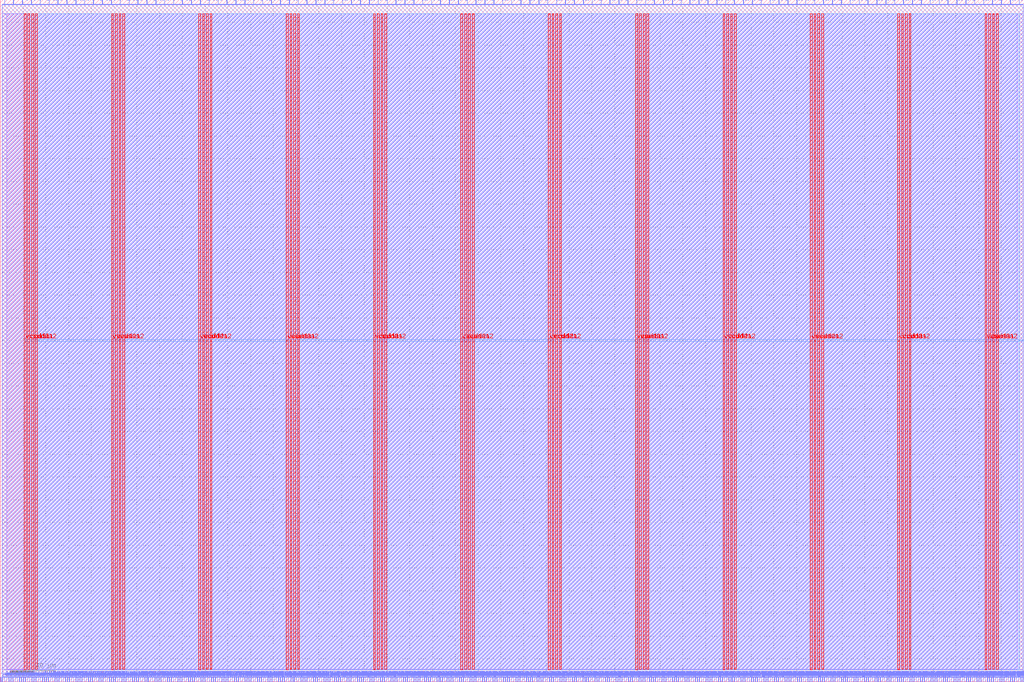
<source format=lef>
VERSION 5.7 ;
  NOWIREEXTENSIONATPIN ON ;
  DIVIDERCHAR "/" ;
  BUSBITCHARS "[]" ;
MACRO user_proj_example
  CLASS BLOCK ;
  FOREIGN user_proj_example ;
  ORIGIN 0.000 0.000 ;
  SIZE 900.000 BY 600.000 ;
  PIN io_in[0]
    DIRECTION INPUT ;
    USE SIGNAL ;
    PORT
      LAYER met2 ;
        RECT 3.770 596.000 4.050 600.000 ;
    END
  END io_in[0]
  PIN io_in[10]
    DIRECTION INPUT ;
    USE SIGNAL ;
    PORT
      LAYER met2 ;
        RECT 238.370 596.000 238.650 600.000 ;
    END
  END io_in[10]
  PIN io_in[11]
    DIRECTION INPUT ;
    USE SIGNAL ;
    PORT
      LAYER met2 ;
        RECT 261.830 596.000 262.110 600.000 ;
    END
  END io_in[11]
  PIN io_in[12]
    DIRECTION INPUT ;
    USE SIGNAL ;
    PORT
      LAYER met2 ;
        RECT 285.290 596.000 285.570 600.000 ;
    END
  END io_in[12]
  PIN io_in[13]
    DIRECTION INPUT ;
    USE SIGNAL ;
    PORT
      LAYER met2 ;
        RECT 308.750 596.000 309.030 600.000 ;
    END
  END io_in[13]
  PIN io_in[14]
    DIRECTION INPUT ;
    USE SIGNAL ;
    PORT
      LAYER met2 ;
        RECT 332.210 596.000 332.490 600.000 ;
    END
  END io_in[14]
  PIN io_in[15]
    DIRECTION INPUT ;
    USE SIGNAL ;
    PORT
      LAYER met2 ;
        RECT 355.670 596.000 355.950 600.000 ;
    END
  END io_in[15]
  PIN io_in[16]
    DIRECTION INPUT ;
    USE SIGNAL ;
    PORT
      LAYER met2 ;
        RECT 379.130 596.000 379.410 600.000 ;
    END
  END io_in[16]
  PIN io_in[17]
    DIRECTION INPUT ;
    USE SIGNAL ;
    PORT
      LAYER met2 ;
        RECT 402.590 596.000 402.870 600.000 ;
    END
  END io_in[17]
  PIN io_in[18]
    DIRECTION INPUT ;
    USE SIGNAL ;
    PORT
      LAYER met2 ;
        RECT 426.050 596.000 426.330 600.000 ;
    END
  END io_in[18]
  PIN io_in[19]
    DIRECTION INPUT ;
    USE SIGNAL ;
    PORT
      LAYER met2 ;
        RECT 449.510 596.000 449.790 600.000 ;
    END
  END io_in[19]
  PIN io_in[1]
    DIRECTION INPUT ;
    USE SIGNAL ;
    PORT
      LAYER met2 ;
        RECT 27.230 596.000 27.510 600.000 ;
    END
  END io_in[1]
  PIN io_in[20]
    DIRECTION INPUT ;
    USE SIGNAL ;
    PORT
      LAYER met2 ;
        RECT 473.430 596.000 473.710 600.000 ;
    END
  END io_in[20]
  PIN io_in[21]
    DIRECTION INPUT ;
    USE SIGNAL ;
    PORT
      LAYER met2 ;
        RECT 496.890 596.000 497.170 600.000 ;
    END
  END io_in[21]
  PIN io_in[22]
    DIRECTION INPUT ;
    USE SIGNAL ;
    PORT
      LAYER met2 ;
        RECT 520.350 596.000 520.630 600.000 ;
    END
  END io_in[22]
  PIN io_in[23]
    DIRECTION INPUT ;
    USE SIGNAL ;
    PORT
      LAYER met2 ;
        RECT 543.810 596.000 544.090 600.000 ;
    END
  END io_in[23]
  PIN io_in[24]
    DIRECTION INPUT ;
    USE SIGNAL ;
    PORT
      LAYER met2 ;
        RECT 567.270 596.000 567.550 600.000 ;
    END
  END io_in[24]
  PIN io_in[25]
    DIRECTION INPUT ;
    USE SIGNAL ;
    PORT
      LAYER met2 ;
        RECT 590.730 596.000 591.010 600.000 ;
    END
  END io_in[25]
  PIN io_in[26]
    DIRECTION INPUT ;
    USE SIGNAL ;
    PORT
      LAYER met2 ;
        RECT 614.190 596.000 614.470 600.000 ;
    END
  END io_in[26]
  PIN io_in[27]
    DIRECTION INPUT ;
    USE SIGNAL ;
    PORT
      LAYER met2 ;
        RECT 637.650 596.000 637.930 600.000 ;
    END
  END io_in[27]
  PIN io_in[28]
    DIRECTION INPUT ;
    USE SIGNAL ;
    PORT
      LAYER met2 ;
        RECT 661.110 596.000 661.390 600.000 ;
    END
  END io_in[28]
  PIN io_in[29]
    DIRECTION INPUT ;
    USE SIGNAL ;
    PORT
      LAYER met2 ;
        RECT 684.570 596.000 684.850 600.000 ;
    END
  END io_in[29]
  PIN io_in[2]
    DIRECTION INPUT ;
    USE SIGNAL ;
    PORT
      LAYER met2 ;
        RECT 50.690 596.000 50.970 600.000 ;
    END
  END io_in[2]
  PIN io_in[30]
    DIRECTION INPUT ;
    USE SIGNAL ;
    PORT
      LAYER met2 ;
        RECT 708.030 596.000 708.310 600.000 ;
    END
  END io_in[30]
  PIN io_in[31]
    DIRECTION INPUT ;
    USE SIGNAL ;
    PORT
      LAYER met2 ;
        RECT 731.490 596.000 731.770 600.000 ;
    END
  END io_in[31]
  PIN io_in[32]
    DIRECTION INPUT ;
    USE SIGNAL ;
    PORT
      LAYER met2 ;
        RECT 754.950 596.000 755.230 600.000 ;
    END
  END io_in[32]
  PIN io_in[33]
    DIRECTION INPUT ;
    USE SIGNAL ;
    PORT
      LAYER met2 ;
        RECT 778.410 596.000 778.690 600.000 ;
    END
  END io_in[33]
  PIN io_in[34]
    DIRECTION INPUT ;
    USE SIGNAL ;
    PORT
      LAYER met2 ;
        RECT 801.870 596.000 802.150 600.000 ;
    END
  END io_in[34]
  PIN io_in[35]
    DIRECTION INPUT ;
    USE SIGNAL ;
    PORT
      LAYER met2 ;
        RECT 825.330 596.000 825.610 600.000 ;
    END
  END io_in[35]
  PIN io_in[36]
    DIRECTION INPUT ;
    USE SIGNAL ;
    PORT
      LAYER met2 ;
        RECT 848.790 596.000 849.070 600.000 ;
    END
  END io_in[36]
  PIN io_in[37]
    DIRECTION INPUT ;
    USE SIGNAL ;
    PORT
      LAYER met2 ;
        RECT 872.250 596.000 872.530 600.000 ;
    END
  END io_in[37]
  PIN io_in[3]
    DIRECTION INPUT ;
    USE SIGNAL ;
    PORT
      LAYER met2 ;
        RECT 74.150 596.000 74.430 600.000 ;
    END
  END io_in[3]
  PIN io_in[4]
    DIRECTION INPUT ;
    USE SIGNAL ;
    PORT
      LAYER met2 ;
        RECT 97.610 596.000 97.890 600.000 ;
    END
  END io_in[4]
  PIN io_in[5]
    DIRECTION INPUT ;
    USE SIGNAL ;
    PORT
      LAYER met2 ;
        RECT 121.070 596.000 121.350 600.000 ;
    END
  END io_in[5]
  PIN io_in[6]
    DIRECTION INPUT ;
    USE SIGNAL ;
    PORT
      LAYER met2 ;
        RECT 144.530 596.000 144.810 600.000 ;
    END
  END io_in[6]
  PIN io_in[7]
    DIRECTION INPUT ;
    USE SIGNAL ;
    PORT
      LAYER met2 ;
        RECT 167.990 596.000 168.270 600.000 ;
    END
  END io_in[7]
  PIN io_in[8]
    DIRECTION INPUT ;
    USE SIGNAL ;
    PORT
      LAYER met2 ;
        RECT 191.450 596.000 191.730 600.000 ;
    END
  END io_in[8]
  PIN io_in[9]
    DIRECTION INPUT ;
    USE SIGNAL ;
    PORT
      LAYER met2 ;
        RECT 214.910 596.000 215.190 600.000 ;
    END
  END io_in[9]
  PIN io_oeb[0]
    DIRECTION OUTPUT TRISTATE ;
    USE SIGNAL ;
    PORT
      LAYER met2 ;
        RECT 11.590 596.000 11.870 600.000 ;
    END
  END io_oeb[0]
  PIN io_oeb[10]
    DIRECTION OUTPUT TRISTATE ;
    USE SIGNAL ;
    PORT
      LAYER met2 ;
        RECT 246.190 596.000 246.470 600.000 ;
    END
  END io_oeb[10]
  PIN io_oeb[11]
    DIRECTION OUTPUT TRISTATE ;
    USE SIGNAL ;
    PORT
      LAYER met2 ;
        RECT 269.650 596.000 269.930 600.000 ;
    END
  END io_oeb[11]
  PIN io_oeb[12]
    DIRECTION OUTPUT TRISTATE ;
    USE SIGNAL ;
    PORT
      LAYER met2 ;
        RECT 293.110 596.000 293.390 600.000 ;
    END
  END io_oeb[12]
  PIN io_oeb[13]
    DIRECTION OUTPUT TRISTATE ;
    USE SIGNAL ;
    PORT
      LAYER met2 ;
        RECT 316.570 596.000 316.850 600.000 ;
    END
  END io_oeb[13]
  PIN io_oeb[14]
    DIRECTION OUTPUT TRISTATE ;
    USE SIGNAL ;
    PORT
      LAYER met2 ;
        RECT 340.030 596.000 340.310 600.000 ;
    END
  END io_oeb[14]
  PIN io_oeb[15]
    DIRECTION OUTPUT TRISTATE ;
    USE SIGNAL ;
    PORT
      LAYER met2 ;
        RECT 363.490 596.000 363.770 600.000 ;
    END
  END io_oeb[15]
  PIN io_oeb[16]
    DIRECTION OUTPUT TRISTATE ;
    USE SIGNAL ;
    PORT
      LAYER met2 ;
        RECT 386.950 596.000 387.230 600.000 ;
    END
  END io_oeb[16]
  PIN io_oeb[17]
    DIRECTION OUTPUT TRISTATE ;
    USE SIGNAL ;
    PORT
      LAYER met2 ;
        RECT 410.410 596.000 410.690 600.000 ;
    END
  END io_oeb[17]
  PIN io_oeb[18]
    DIRECTION OUTPUT TRISTATE ;
    USE SIGNAL ;
    PORT
      LAYER met2 ;
        RECT 433.870 596.000 434.150 600.000 ;
    END
  END io_oeb[18]
  PIN io_oeb[19]
    DIRECTION OUTPUT TRISTATE ;
    USE SIGNAL ;
    PORT
      LAYER met2 ;
        RECT 457.790 596.000 458.070 600.000 ;
    END
  END io_oeb[19]
  PIN io_oeb[1]
    DIRECTION OUTPUT TRISTATE ;
    USE SIGNAL ;
    PORT
      LAYER met2 ;
        RECT 35.050 596.000 35.330 600.000 ;
    END
  END io_oeb[1]
  PIN io_oeb[20]
    DIRECTION OUTPUT TRISTATE ;
    USE SIGNAL ;
    PORT
      LAYER met2 ;
        RECT 481.250 596.000 481.530 600.000 ;
    END
  END io_oeb[20]
  PIN io_oeb[21]
    DIRECTION OUTPUT TRISTATE ;
    USE SIGNAL ;
    PORT
      LAYER met2 ;
        RECT 504.710 596.000 504.990 600.000 ;
    END
  END io_oeb[21]
  PIN io_oeb[22]
    DIRECTION OUTPUT TRISTATE ;
    USE SIGNAL ;
    PORT
      LAYER met2 ;
        RECT 528.170 596.000 528.450 600.000 ;
    END
  END io_oeb[22]
  PIN io_oeb[23]
    DIRECTION OUTPUT TRISTATE ;
    USE SIGNAL ;
    PORT
      LAYER met2 ;
        RECT 551.630 596.000 551.910 600.000 ;
    END
  END io_oeb[23]
  PIN io_oeb[24]
    DIRECTION OUTPUT TRISTATE ;
    USE SIGNAL ;
    PORT
      LAYER met2 ;
        RECT 575.090 596.000 575.370 600.000 ;
    END
  END io_oeb[24]
  PIN io_oeb[25]
    DIRECTION OUTPUT TRISTATE ;
    USE SIGNAL ;
    PORT
      LAYER met2 ;
        RECT 598.550 596.000 598.830 600.000 ;
    END
  END io_oeb[25]
  PIN io_oeb[26]
    DIRECTION OUTPUT TRISTATE ;
    USE SIGNAL ;
    PORT
      LAYER met2 ;
        RECT 622.010 596.000 622.290 600.000 ;
    END
  END io_oeb[26]
  PIN io_oeb[27]
    DIRECTION OUTPUT TRISTATE ;
    USE SIGNAL ;
    PORT
      LAYER met2 ;
        RECT 645.470 596.000 645.750 600.000 ;
    END
  END io_oeb[27]
  PIN io_oeb[28]
    DIRECTION OUTPUT TRISTATE ;
    USE SIGNAL ;
    PORT
      LAYER met2 ;
        RECT 668.930 596.000 669.210 600.000 ;
    END
  END io_oeb[28]
  PIN io_oeb[29]
    DIRECTION OUTPUT TRISTATE ;
    USE SIGNAL ;
    PORT
      LAYER met2 ;
        RECT 692.390 596.000 692.670 600.000 ;
    END
  END io_oeb[29]
  PIN io_oeb[2]
    DIRECTION OUTPUT TRISTATE ;
    USE SIGNAL ;
    PORT
      LAYER met2 ;
        RECT 58.510 596.000 58.790 600.000 ;
    END
  END io_oeb[2]
  PIN io_oeb[30]
    DIRECTION OUTPUT TRISTATE ;
    USE SIGNAL ;
    PORT
      LAYER met2 ;
        RECT 715.850 596.000 716.130 600.000 ;
    END
  END io_oeb[30]
  PIN io_oeb[31]
    DIRECTION OUTPUT TRISTATE ;
    USE SIGNAL ;
    PORT
      LAYER met2 ;
        RECT 739.310 596.000 739.590 600.000 ;
    END
  END io_oeb[31]
  PIN io_oeb[32]
    DIRECTION OUTPUT TRISTATE ;
    USE SIGNAL ;
    PORT
      LAYER met2 ;
        RECT 762.770 596.000 763.050 600.000 ;
    END
  END io_oeb[32]
  PIN io_oeb[33]
    DIRECTION OUTPUT TRISTATE ;
    USE SIGNAL ;
    PORT
      LAYER met2 ;
        RECT 786.230 596.000 786.510 600.000 ;
    END
  END io_oeb[33]
  PIN io_oeb[34]
    DIRECTION OUTPUT TRISTATE ;
    USE SIGNAL ;
    PORT
      LAYER met2 ;
        RECT 809.690 596.000 809.970 600.000 ;
    END
  END io_oeb[34]
  PIN io_oeb[35]
    DIRECTION OUTPUT TRISTATE ;
    USE SIGNAL ;
    PORT
      LAYER met2 ;
        RECT 833.150 596.000 833.430 600.000 ;
    END
  END io_oeb[35]
  PIN io_oeb[36]
    DIRECTION OUTPUT TRISTATE ;
    USE SIGNAL ;
    PORT
      LAYER met2 ;
        RECT 856.610 596.000 856.890 600.000 ;
    END
  END io_oeb[36]
  PIN io_oeb[37]
    DIRECTION OUTPUT TRISTATE ;
    USE SIGNAL ;
    PORT
      LAYER met2 ;
        RECT 880.070 596.000 880.350 600.000 ;
    END
  END io_oeb[37]
  PIN io_oeb[3]
    DIRECTION OUTPUT TRISTATE ;
    USE SIGNAL ;
    PORT
      LAYER met2 ;
        RECT 81.970 596.000 82.250 600.000 ;
    END
  END io_oeb[3]
  PIN io_oeb[4]
    DIRECTION OUTPUT TRISTATE ;
    USE SIGNAL ;
    PORT
      LAYER met2 ;
        RECT 105.430 596.000 105.710 600.000 ;
    END
  END io_oeb[4]
  PIN io_oeb[5]
    DIRECTION OUTPUT TRISTATE ;
    USE SIGNAL ;
    PORT
      LAYER met2 ;
        RECT 128.890 596.000 129.170 600.000 ;
    END
  END io_oeb[5]
  PIN io_oeb[6]
    DIRECTION OUTPUT TRISTATE ;
    USE SIGNAL ;
    PORT
      LAYER met2 ;
        RECT 152.350 596.000 152.630 600.000 ;
    END
  END io_oeb[6]
  PIN io_oeb[7]
    DIRECTION OUTPUT TRISTATE ;
    USE SIGNAL ;
    PORT
      LAYER met2 ;
        RECT 175.810 596.000 176.090 600.000 ;
    END
  END io_oeb[7]
  PIN io_oeb[8]
    DIRECTION OUTPUT TRISTATE ;
    USE SIGNAL ;
    PORT
      LAYER met2 ;
        RECT 199.270 596.000 199.550 600.000 ;
    END
  END io_oeb[8]
  PIN io_oeb[9]
    DIRECTION OUTPUT TRISTATE ;
    USE SIGNAL ;
    PORT
      LAYER met2 ;
        RECT 222.730 596.000 223.010 600.000 ;
    END
  END io_oeb[9]
  PIN io_out[0]
    DIRECTION OUTPUT TRISTATE ;
    USE SIGNAL ;
    PORT
      LAYER met2 ;
        RECT 19.410 596.000 19.690 600.000 ;
    END
  END io_out[0]
  PIN io_out[10]
    DIRECTION OUTPUT TRISTATE ;
    USE SIGNAL ;
    PORT
      LAYER met2 ;
        RECT 254.010 596.000 254.290 600.000 ;
    END
  END io_out[10]
  PIN io_out[11]
    DIRECTION OUTPUT TRISTATE ;
    USE SIGNAL ;
    PORT
      LAYER met2 ;
        RECT 277.470 596.000 277.750 600.000 ;
    END
  END io_out[11]
  PIN io_out[12]
    DIRECTION OUTPUT TRISTATE ;
    USE SIGNAL ;
    PORT
      LAYER met2 ;
        RECT 300.930 596.000 301.210 600.000 ;
    END
  END io_out[12]
  PIN io_out[13]
    DIRECTION OUTPUT TRISTATE ;
    USE SIGNAL ;
    PORT
      LAYER met2 ;
        RECT 324.390 596.000 324.670 600.000 ;
    END
  END io_out[13]
  PIN io_out[14]
    DIRECTION OUTPUT TRISTATE ;
    USE SIGNAL ;
    PORT
      LAYER met2 ;
        RECT 347.850 596.000 348.130 600.000 ;
    END
  END io_out[14]
  PIN io_out[15]
    DIRECTION OUTPUT TRISTATE ;
    USE SIGNAL ;
    PORT
      LAYER met2 ;
        RECT 371.310 596.000 371.590 600.000 ;
    END
  END io_out[15]
  PIN io_out[16]
    DIRECTION OUTPUT TRISTATE ;
    USE SIGNAL ;
    PORT
      LAYER met2 ;
        RECT 394.770 596.000 395.050 600.000 ;
    END
  END io_out[16]
  PIN io_out[17]
    DIRECTION OUTPUT TRISTATE ;
    USE SIGNAL ;
    PORT
      LAYER met2 ;
        RECT 418.230 596.000 418.510 600.000 ;
    END
  END io_out[17]
  PIN io_out[18]
    DIRECTION OUTPUT TRISTATE ;
    USE SIGNAL ;
    PORT
      LAYER met2 ;
        RECT 441.690 596.000 441.970 600.000 ;
    END
  END io_out[18]
  PIN io_out[19]
    DIRECTION OUTPUT TRISTATE ;
    USE SIGNAL ;
    PORT
      LAYER met2 ;
        RECT 465.610 596.000 465.890 600.000 ;
    END
  END io_out[19]
  PIN io_out[1]
    DIRECTION OUTPUT TRISTATE ;
    USE SIGNAL ;
    PORT
      LAYER met2 ;
        RECT 42.870 596.000 43.150 600.000 ;
    END
  END io_out[1]
  PIN io_out[20]
    DIRECTION OUTPUT TRISTATE ;
    USE SIGNAL ;
    PORT
      LAYER met2 ;
        RECT 489.070 596.000 489.350 600.000 ;
    END
  END io_out[20]
  PIN io_out[21]
    DIRECTION OUTPUT TRISTATE ;
    USE SIGNAL ;
    PORT
      LAYER met2 ;
        RECT 512.530 596.000 512.810 600.000 ;
    END
  END io_out[21]
  PIN io_out[22]
    DIRECTION OUTPUT TRISTATE ;
    USE SIGNAL ;
    PORT
      LAYER met2 ;
        RECT 535.990 596.000 536.270 600.000 ;
    END
  END io_out[22]
  PIN io_out[23]
    DIRECTION OUTPUT TRISTATE ;
    USE SIGNAL ;
    PORT
      LAYER met2 ;
        RECT 559.450 596.000 559.730 600.000 ;
    END
  END io_out[23]
  PIN io_out[24]
    DIRECTION OUTPUT TRISTATE ;
    USE SIGNAL ;
    PORT
      LAYER met2 ;
        RECT 582.910 596.000 583.190 600.000 ;
    END
  END io_out[24]
  PIN io_out[25]
    DIRECTION OUTPUT TRISTATE ;
    USE SIGNAL ;
    PORT
      LAYER met2 ;
        RECT 606.370 596.000 606.650 600.000 ;
    END
  END io_out[25]
  PIN io_out[26]
    DIRECTION OUTPUT TRISTATE ;
    USE SIGNAL ;
    PORT
      LAYER met2 ;
        RECT 629.830 596.000 630.110 600.000 ;
    END
  END io_out[26]
  PIN io_out[27]
    DIRECTION OUTPUT TRISTATE ;
    USE SIGNAL ;
    PORT
      LAYER met2 ;
        RECT 653.290 596.000 653.570 600.000 ;
    END
  END io_out[27]
  PIN io_out[28]
    DIRECTION OUTPUT TRISTATE ;
    USE SIGNAL ;
    PORT
      LAYER met2 ;
        RECT 676.750 596.000 677.030 600.000 ;
    END
  END io_out[28]
  PIN io_out[29]
    DIRECTION OUTPUT TRISTATE ;
    USE SIGNAL ;
    PORT
      LAYER met2 ;
        RECT 700.210 596.000 700.490 600.000 ;
    END
  END io_out[29]
  PIN io_out[2]
    DIRECTION OUTPUT TRISTATE ;
    USE SIGNAL ;
    PORT
      LAYER met2 ;
        RECT 66.330 596.000 66.610 600.000 ;
    END
  END io_out[2]
  PIN io_out[30]
    DIRECTION OUTPUT TRISTATE ;
    USE SIGNAL ;
    PORT
      LAYER met2 ;
        RECT 723.670 596.000 723.950 600.000 ;
    END
  END io_out[30]
  PIN io_out[31]
    DIRECTION OUTPUT TRISTATE ;
    USE SIGNAL ;
    PORT
      LAYER met2 ;
        RECT 747.130 596.000 747.410 600.000 ;
    END
  END io_out[31]
  PIN io_out[32]
    DIRECTION OUTPUT TRISTATE ;
    USE SIGNAL ;
    PORT
      LAYER met2 ;
        RECT 770.590 596.000 770.870 600.000 ;
    END
  END io_out[32]
  PIN io_out[33]
    DIRECTION OUTPUT TRISTATE ;
    USE SIGNAL ;
    PORT
      LAYER met2 ;
        RECT 794.050 596.000 794.330 600.000 ;
    END
  END io_out[33]
  PIN io_out[34]
    DIRECTION OUTPUT TRISTATE ;
    USE SIGNAL ;
    PORT
      LAYER met2 ;
        RECT 817.510 596.000 817.790 600.000 ;
    END
  END io_out[34]
  PIN io_out[35]
    DIRECTION OUTPUT TRISTATE ;
    USE SIGNAL ;
    PORT
      LAYER met2 ;
        RECT 840.970 596.000 841.250 600.000 ;
    END
  END io_out[35]
  PIN io_out[36]
    DIRECTION OUTPUT TRISTATE ;
    USE SIGNAL ;
    PORT
      LAYER met2 ;
        RECT 864.430 596.000 864.710 600.000 ;
    END
  END io_out[36]
  PIN io_out[37]
    DIRECTION OUTPUT TRISTATE ;
    USE SIGNAL ;
    PORT
      LAYER met2 ;
        RECT 887.890 596.000 888.170 600.000 ;
    END
  END io_out[37]
  PIN io_out[3]
    DIRECTION OUTPUT TRISTATE ;
    USE SIGNAL ;
    PORT
      LAYER met2 ;
        RECT 89.790 596.000 90.070 600.000 ;
    END
  END io_out[3]
  PIN io_out[4]
    DIRECTION OUTPUT TRISTATE ;
    USE SIGNAL ;
    PORT
      LAYER met2 ;
        RECT 113.250 596.000 113.530 600.000 ;
    END
  END io_out[4]
  PIN io_out[5]
    DIRECTION OUTPUT TRISTATE ;
    USE SIGNAL ;
    PORT
      LAYER met2 ;
        RECT 136.710 596.000 136.990 600.000 ;
    END
  END io_out[5]
  PIN io_out[6]
    DIRECTION OUTPUT TRISTATE ;
    USE SIGNAL ;
    PORT
      LAYER met2 ;
        RECT 160.170 596.000 160.450 600.000 ;
    END
  END io_out[6]
  PIN io_out[7]
    DIRECTION OUTPUT TRISTATE ;
    USE SIGNAL ;
    PORT
      LAYER met2 ;
        RECT 183.630 596.000 183.910 600.000 ;
    END
  END io_out[7]
  PIN io_out[8]
    DIRECTION OUTPUT TRISTATE ;
    USE SIGNAL ;
    PORT
      LAYER met2 ;
        RECT 207.090 596.000 207.370 600.000 ;
    END
  END io_out[8]
  PIN io_out[9]
    DIRECTION OUTPUT TRISTATE ;
    USE SIGNAL ;
    PORT
      LAYER met2 ;
        RECT 230.550 596.000 230.830 600.000 ;
    END
  END io_out[9]
  PIN irq[0]
    DIRECTION OUTPUT TRISTATE ;
    USE SIGNAL ;
    PORT
      LAYER met2 ;
        RECT 895.710 596.000 895.990 600.000 ;
    END
  END irq[0]
  PIN irq[1]
    DIRECTION OUTPUT TRISTATE ;
    USE SIGNAL ;
    PORT
      LAYER met3 ;
        RECT 896.000 299.920 900.000 300.520 ;
    END
  END irq[1]
  PIN irq[2]
    DIRECTION OUTPUT TRISTATE ;
    USE SIGNAL ;
    PORT
      LAYER met2 ;
        RECT 898.930 0.000 899.210 4.000 ;
    END
  END irq[2]
  PIN la_data_in[0]
    DIRECTION INPUT ;
    USE SIGNAL ;
    PORT
      LAYER met2 ;
        RECT 194.670 0.000 194.950 4.000 ;
    END
  END la_data_in[0]
  PIN la_data_in[100]
    DIRECTION INPUT ;
    USE SIGNAL ;
    PORT
      LAYER met2 ;
        RECT 744.830 0.000 745.110 4.000 ;
    END
  END la_data_in[100]
  PIN la_data_in[101]
    DIRECTION INPUT ;
    USE SIGNAL ;
    PORT
      LAYER met2 ;
        RECT 750.350 0.000 750.630 4.000 ;
    END
  END la_data_in[101]
  PIN la_data_in[102]
    DIRECTION INPUT ;
    USE SIGNAL ;
    PORT
      LAYER met2 ;
        RECT 755.870 0.000 756.150 4.000 ;
    END
  END la_data_in[102]
  PIN la_data_in[103]
    DIRECTION INPUT ;
    USE SIGNAL ;
    PORT
      LAYER met2 ;
        RECT 761.390 0.000 761.670 4.000 ;
    END
  END la_data_in[103]
  PIN la_data_in[104]
    DIRECTION INPUT ;
    USE SIGNAL ;
    PORT
      LAYER met2 ;
        RECT 766.910 0.000 767.190 4.000 ;
    END
  END la_data_in[104]
  PIN la_data_in[105]
    DIRECTION INPUT ;
    USE SIGNAL ;
    PORT
      LAYER met2 ;
        RECT 771.970 0.000 772.250 4.000 ;
    END
  END la_data_in[105]
  PIN la_data_in[106]
    DIRECTION INPUT ;
    USE SIGNAL ;
    PORT
      LAYER met2 ;
        RECT 777.490 0.000 777.770 4.000 ;
    END
  END la_data_in[106]
  PIN la_data_in[107]
    DIRECTION INPUT ;
    USE SIGNAL ;
    PORT
      LAYER met2 ;
        RECT 783.010 0.000 783.290 4.000 ;
    END
  END la_data_in[107]
  PIN la_data_in[108]
    DIRECTION INPUT ;
    USE SIGNAL ;
    PORT
      LAYER met2 ;
        RECT 788.530 0.000 788.810 4.000 ;
    END
  END la_data_in[108]
  PIN la_data_in[109]
    DIRECTION INPUT ;
    USE SIGNAL ;
    PORT
      LAYER met2 ;
        RECT 794.050 0.000 794.330 4.000 ;
    END
  END la_data_in[109]
  PIN la_data_in[10]
    DIRECTION INPUT ;
    USE SIGNAL ;
    PORT
      LAYER met2 ;
        RECT 249.870 0.000 250.150 4.000 ;
    END
  END la_data_in[10]
  PIN la_data_in[110]
    DIRECTION INPUT ;
    USE SIGNAL ;
    PORT
      LAYER met2 ;
        RECT 799.570 0.000 799.850 4.000 ;
    END
  END la_data_in[110]
  PIN la_data_in[111]
    DIRECTION INPUT ;
    USE SIGNAL ;
    PORT
      LAYER met2 ;
        RECT 805.090 0.000 805.370 4.000 ;
    END
  END la_data_in[111]
  PIN la_data_in[112]
    DIRECTION INPUT ;
    USE SIGNAL ;
    PORT
      LAYER met2 ;
        RECT 810.610 0.000 810.890 4.000 ;
    END
  END la_data_in[112]
  PIN la_data_in[113]
    DIRECTION INPUT ;
    USE SIGNAL ;
    PORT
      LAYER met2 ;
        RECT 816.130 0.000 816.410 4.000 ;
    END
  END la_data_in[113]
  PIN la_data_in[114]
    DIRECTION INPUT ;
    USE SIGNAL ;
    PORT
      LAYER met2 ;
        RECT 821.650 0.000 821.930 4.000 ;
    END
  END la_data_in[114]
  PIN la_data_in[115]
    DIRECTION INPUT ;
    USE SIGNAL ;
    PORT
      LAYER met2 ;
        RECT 827.170 0.000 827.450 4.000 ;
    END
  END la_data_in[115]
  PIN la_data_in[116]
    DIRECTION INPUT ;
    USE SIGNAL ;
    PORT
      LAYER met2 ;
        RECT 832.690 0.000 832.970 4.000 ;
    END
  END la_data_in[116]
  PIN la_data_in[117]
    DIRECTION INPUT ;
    USE SIGNAL ;
    PORT
      LAYER met2 ;
        RECT 838.210 0.000 838.490 4.000 ;
    END
  END la_data_in[117]
  PIN la_data_in[118]
    DIRECTION INPUT ;
    USE SIGNAL ;
    PORT
      LAYER met2 ;
        RECT 843.730 0.000 844.010 4.000 ;
    END
  END la_data_in[118]
  PIN la_data_in[119]
    DIRECTION INPUT ;
    USE SIGNAL ;
    PORT
      LAYER met2 ;
        RECT 849.250 0.000 849.530 4.000 ;
    END
  END la_data_in[119]
  PIN la_data_in[11]
    DIRECTION INPUT ;
    USE SIGNAL ;
    PORT
      LAYER met2 ;
        RECT 255.390 0.000 255.670 4.000 ;
    END
  END la_data_in[11]
  PIN la_data_in[120]
    DIRECTION INPUT ;
    USE SIGNAL ;
    PORT
      LAYER met2 ;
        RECT 854.770 0.000 855.050 4.000 ;
    END
  END la_data_in[120]
  PIN la_data_in[121]
    DIRECTION INPUT ;
    USE SIGNAL ;
    PORT
      LAYER met2 ;
        RECT 860.290 0.000 860.570 4.000 ;
    END
  END la_data_in[121]
  PIN la_data_in[122]
    DIRECTION INPUT ;
    USE SIGNAL ;
    PORT
      LAYER met2 ;
        RECT 865.810 0.000 866.090 4.000 ;
    END
  END la_data_in[122]
  PIN la_data_in[123]
    DIRECTION INPUT ;
    USE SIGNAL ;
    PORT
      LAYER met2 ;
        RECT 871.330 0.000 871.610 4.000 ;
    END
  END la_data_in[123]
  PIN la_data_in[124]
    DIRECTION INPUT ;
    USE SIGNAL ;
    PORT
      LAYER met2 ;
        RECT 876.850 0.000 877.130 4.000 ;
    END
  END la_data_in[124]
  PIN la_data_in[125]
    DIRECTION INPUT ;
    USE SIGNAL ;
    PORT
      LAYER met2 ;
        RECT 882.370 0.000 882.650 4.000 ;
    END
  END la_data_in[125]
  PIN la_data_in[126]
    DIRECTION INPUT ;
    USE SIGNAL ;
    PORT
      LAYER met2 ;
        RECT 887.890 0.000 888.170 4.000 ;
    END
  END la_data_in[126]
  PIN la_data_in[127]
    DIRECTION INPUT ;
    USE SIGNAL ;
    PORT
      LAYER met2 ;
        RECT 893.410 0.000 893.690 4.000 ;
    END
  END la_data_in[127]
  PIN la_data_in[12]
    DIRECTION INPUT ;
    USE SIGNAL ;
    PORT
      LAYER met2 ;
        RECT 260.450 0.000 260.730 4.000 ;
    END
  END la_data_in[12]
  PIN la_data_in[13]
    DIRECTION INPUT ;
    USE SIGNAL ;
    PORT
      LAYER met2 ;
        RECT 265.970 0.000 266.250 4.000 ;
    END
  END la_data_in[13]
  PIN la_data_in[14]
    DIRECTION INPUT ;
    USE SIGNAL ;
    PORT
      LAYER met2 ;
        RECT 271.490 0.000 271.770 4.000 ;
    END
  END la_data_in[14]
  PIN la_data_in[15]
    DIRECTION INPUT ;
    USE SIGNAL ;
    PORT
      LAYER met2 ;
        RECT 277.010 0.000 277.290 4.000 ;
    END
  END la_data_in[15]
  PIN la_data_in[16]
    DIRECTION INPUT ;
    USE SIGNAL ;
    PORT
      LAYER met2 ;
        RECT 282.530 0.000 282.810 4.000 ;
    END
  END la_data_in[16]
  PIN la_data_in[17]
    DIRECTION INPUT ;
    USE SIGNAL ;
    PORT
      LAYER met2 ;
        RECT 288.050 0.000 288.330 4.000 ;
    END
  END la_data_in[17]
  PIN la_data_in[18]
    DIRECTION INPUT ;
    USE SIGNAL ;
    PORT
      LAYER met2 ;
        RECT 293.570 0.000 293.850 4.000 ;
    END
  END la_data_in[18]
  PIN la_data_in[19]
    DIRECTION INPUT ;
    USE SIGNAL ;
    PORT
      LAYER met2 ;
        RECT 299.090 0.000 299.370 4.000 ;
    END
  END la_data_in[19]
  PIN la_data_in[1]
    DIRECTION INPUT ;
    USE SIGNAL ;
    PORT
      LAYER met2 ;
        RECT 200.190 0.000 200.470 4.000 ;
    END
  END la_data_in[1]
  PIN la_data_in[20]
    DIRECTION INPUT ;
    USE SIGNAL ;
    PORT
      LAYER met2 ;
        RECT 304.610 0.000 304.890 4.000 ;
    END
  END la_data_in[20]
  PIN la_data_in[21]
    DIRECTION INPUT ;
    USE SIGNAL ;
    PORT
      LAYER met2 ;
        RECT 310.130 0.000 310.410 4.000 ;
    END
  END la_data_in[21]
  PIN la_data_in[22]
    DIRECTION INPUT ;
    USE SIGNAL ;
    PORT
      LAYER met2 ;
        RECT 315.650 0.000 315.930 4.000 ;
    END
  END la_data_in[22]
  PIN la_data_in[23]
    DIRECTION INPUT ;
    USE SIGNAL ;
    PORT
      LAYER met2 ;
        RECT 321.170 0.000 321.450 4.000 ;
    END
  END la_data_in[23]
  PIN la_data_in[24]
    DIRECTION INPUT ;
    USE SIGNAL ;
    PORT
      LAYER met2 ;
        RECT 326.690 0.000 326.970 4.000 ;
    END
  END la_data_in[24]
  PIN la_data_in[25]
    DIRECTION INPUT ;
    USE SIGNAL ;
    PORT
      LAYER met2 ;
        RECT 332.210 0.000 332.490 4.000 ;
    END
  END la_data_in[25]
  PIN la_data_in[26]
    DIRECTION INPUT ;
    USE SIGNAL ;
    PORT
      LAYER met2 ;
        RECT 337.730 0.000 338.010 4.000 ;
    END
  END la_data_in[26]
  PIN la_data_in[27]
    DIRECTION INPUT ;
    USE SIGNAL ;
    PORT
      LAYER met2 ;
        RECT 343.250 0.000 343.530 4.000 ;
    END
  END la_data_in[27]
  PIN la_data_in[28]
    DIRECTION INPUT ;
    USE SIGNAL ;
    PORT
      LAYER met2 ;
        RECT 348.770 0.000 349.050 4.000 ;
    END
  END la_data_in[28]
  PIN la_data_in[29]
    DIRECTION INPUT ;
    USE SIGNAL ;
    PORT
      LAYER met2 ;
        RECT 354.290 0.000 354.570 4.000 ;
    END
  END la_data_in[29]
  PIN la_data_in[2]
    DIRECTION INPUT ;
    USE SIGNAL ;
    PORT
      LAYER met2 ;
        RECT 205.710 0.000 205.990 4.000 ;
    END
  END la_data_in[2]
  PIN la_data_in[30]
    DIRECTION INPUT ;
    USE SIGNAL ;
    PORT
      LAYER met2 ;
        RECT 359.810 0.000 360.090 4.000 ;
    END
  END la_data_in[30]
  PIN la_data_in[31]
    DIRECTION INPUT ;
    USE SIGNAL ;
    PORT
      LAYER met2 ;
        RECT 365.330 0.000 365.610 4.000 ;
    END
  END la_data_in[31]
  PIN la_data_in[32]
    DIRECTION INPUT ;
    USE SIGNAL ;
    PORT
      LAYER met2 ;
        RECT 370.850 0.000 371.130 4.000 ;
    END
  END la_data_in[32]
  PIN la_data_in[33]
    DIRECTION INPUT ;
    USE SIGNAL ;
    PORT
      LAYER met2 ;
        RECT 376.370 0.000 376.650 4.000 ;
    END
  END la_data_in[33]
  PIN la_data_in[34]
    DIRECTION INPUT ;
    USE SIGNAL ;
    PORT
      LAYER met2 ;
        RECT 381.890 0.000 382.170 4.000 ;
    END
  END la_data_in[34]
  PIN la_data_in[35]
    DIRECTION INPUT ;
    USE SIGNAL ;
    PORT
      LAYER met2 ;
        RECT 386.950 0.000 387.230 4.000 ;
    END
  END la_data_in[35]
  PIN la_data_in[36]
    DIRECTION INPUT ;
    USE SIGNAL ;
    PORT
      LAYER met2 ;
        RECT 392.470 0.000 392.750 4.000 ;
    END
  END la_data_in[36]
  PIN la_data_in[37]
    DIRECTION INPUT ;
    USE SIGNAL ;
    PORT
      LAYER met2 ;
        RECT 397.990 0.000 398.270 4.000 ;
    END
  END la_data_in[37]
  PIN la_data_in[38]
    DIRECTION INPUT ;
    USE SIGNAL ;
    PORT
      LAYER met2 ;
        RECT 403.510 0.000 403.790 4.000 ;
    END
  END la_data_in[38]
  PIN la_data_in[39]
    DIRECTION INPUT ;
    USE SIGNAL ;
    PORT
      LAYER met2 ;
        RECT 409.030 0.000 409.310 4.000 ;
    END
  END la_data_in[39]
  PIN la_data_in[3]
    DIRECTION INPUT ;
    USE SIGNAL ;
    PORT
      LAYER met2 ;
        RECT 211.230 0.000 211.510 4.000 ;
    END
  END la_data_in[3]
  PIN la_data_in[40]
    DIRECTION INPUT ;
    USE SIGNAL ;
    PORT
      LAYER met2 ;
        RECT 414.550 0.000 414.830 4.000 ;
    END
  END la_data_in[40]
  PIN la_data_in[41]
    DIRECTION INPUT ;
    USE SIGNAL ;
    PORT
      LAYER met2 ;
        RECT 420.070 0.000 420.350 4.000 ;
    END
  END la_data_in[41]
  PIN la_data_in[42]
    DIRECTION INPUT ;
    USE SIGNAL ;
    PORT
      LAYER met2 ;
        RECT 425.590 0.000 425.870 4.000 ;
    END
  END la_data_in[42]
  PIN la_data_in[43]
    DIRECTION INPUT ;
    USE SIGNAL ;
    PORT
      LAYER met2 ;
        RECT 431.110 0.000 431.390 4.000 ;
    END
  END la_data_in[43]
  PIN la_data_in[44]
    DIRECTION INPUT ;
    USE SIGNAL ;
    PORT
      LAYER met2 ;
        RECT 436.630 0.000 436.910 4.000 ;
    END
  END la_data_in[44]
  PIN la_data_in[45]
    DIRECTION INPUT ;
    USE SIGNAL ;
    PORT
      LAYER met2 ;
        RECT 442.150 0.000 442.430 4.000 ;
    END
  END la_data_in[45]
  PIN la_data_in[46]
    DIRECTION INPUT ;
    USE SIGNAL ;
    PORT
      LAYER met2 ;
        RECT 447.670 0.000 447.950 4.000 ;
    END
  END la_data_in[46]
  PIN la_data_in[47]
    DIRECTION INPUT ;
    USE SIGNAL ;
    PORT
      LAYER met2 ;
        RECT 453.190 0.000 453.470 4.000 ;
    END
  END la_data_in[47]
  PIN la_data_in[48]
    DIRECTION INPUT ;
    USE SIGNAL ;
    PORT
      LAYER met2 ;
        RECT 458.710 0.000 458.990 4.000 ;
    END
  END la_data_in[48]
  PIN la_data_in[49]
    DIRECTION INPUT ;
    USE SIGNAL ;
    PORT
      LAYER met2 ;
        RECT 464.230 0.000 464.510 4.000 ;
    END
  END la_data_in[49]
  PIN la_data_in[4]
    DIRECTION INPUT ;
    USE SIGNAL ;
    PORT
      LAYER met2 ;
        RECT 216.750 0.000 217.030 4.000 ;
    END
  END la_data_in[4]
  PIN la_data_in[50]
    DIRECTION INPUT ;
    USE SIGNAL ;
    PORT
      LAYER met2 ;
        RECT 469.750 0.000 470.030 4.000 ;
    END
  END la_data_in[50]
  PIN la_data_in[51]
    DIRECTION INPUT ;
    USE SIGNAL ;
    PORT
      LAYER met2 ;
        RECT 475.270 0.000 475.550 4.000 ;
    END
  END la_data_in[51]
  PIN la_data_in[52]
    DIRECTION INPUT ;
    USE SIGNAL ;
    PORT
      LAYER met2 ;
        RECT 480.790 0.000 481.070 4.000 ;
    END
  END la_data_in[52]
  PIN la_data_in[53]
    DIRECTION INPUT ;
    USE SIGNAL ;
    PORT
      LAYER met2 ;
        RECT 486.310 0.000 486.590 4.000 ;
    END
  END la_data_in[53]
  PIN la_data_in[54]
    DIRECTION INPUT ;
    USE SIGNAL ;
    PORT
      LAYER met2 ;
        RECT 491.830 0.000 492.110 4.000 ;
    END
  END la_data_in[54]
  PIN la_data_in[55]
    DIRECTION INPUT ;
    USE SIGNAL ;
    PORT
      LAYER met2 ;
        RECT 497.350 0.000 497.630 4.000 ;
    END
  END la_data_in[55]
  PIN la_data_in[56]
    DIRECTION INPUT ;
    USE SIGNAL ;
    PORT
      LAYER met2 ;
        RECT 502.870 0.000 503.150 4.000 ;
    END
  END la_data_in[56]
  PIN la_data_in[57]
    DIRECTION INPUT ;
    USE SIGNAL ;
    PORT
      LAYER met2 ;
        RECT 508.390 0.000 508.670 4.000 ;
    END
  END la_data_in[57]
  PIN la_data_in[58]
    DIRECTION INPUT ;
    USE SIGNAL ;
    PORT
      LAYER met2 ;
        RECT 513.910 0.000 514.190 4.000 ;
    END
  END la_data_in[58]
  PIN la_data_in[59]
    DIRECTION INPUT ;
    USE SIGNAL ;
    PORT
      LAYER met2 ;
        RECT 518.970 0.000 519.250 4.000 ;
    END
  END la_data_in[59]
  PIN la_data_in[5]
    DIRECTION INPUT ;
    USE SIGNAL ;
    PORT
      LAYER met2 ;
        RECT 222.270 0.000 222.550 4.000 ;
    END
  END la_data_in[5]
  PIN la_data_in[60]
    DIRECTION INPUT ;
    USE SIGNAL ;
    PORT
      LAYER met2 ;
        RECT 524.490 0.000 524.770 4.000 ;
    END
  END la_data_in[60]
  PIN la_data_in[61]
    DIRECTION INPUT ;
    USE SIGNAL ;
    PORT
      LAYER met2 ;
        RECT 530.010 0.000 530.290 4.000 ;
    END
  END la_data_in[61]
  PIN la_data_in[62]
    DIRECTION INPUT ;
    USE SIGNAL ;
    PORT
      LAYER met2 ;
        RECT 535.530 0.000 535.810 4.000 ;
    END
  END la_data_in[62]
  PIN la_data_in[63]
    DIRECTION INPUT ;
    USE SIGNAL ;
    PORT
      LAYER met2 ;
        RECT 541.050 0.000 541.330 4.000 ;
    END
  END la_data_in[63]
  PIN la_data_in[64]
    DIRECTION INPUT ;
    USE SIGNAL ;
    PORT
      LAYER met2 ;
        RECT 546.570 0.000 546.850 4.000 ;
    END
  END la_data_in[64]
  PIN la_data_in[65]
    DIRECTION INPUT ;
    USE SIGNAL ;
    PORT
      LAYER met2 ;
        RECT 552.090 0.000 552.370 4.000 ;
    END
  END la_data_in[65]
  PIN la_data_in[66]
    DIRECTION INPUT ;
    USE SIGNAL ;
    PORT
      LAYER met2 ;
        RECT 557.610 0.000 557.890 4.000 ;
    END
  END la_data_in[66]
  PIN la_data_in[67]
    DIRECTION INPUT ;
    USE SIGNAL ;
    PORT
      LAYER met2 ;
        RECT 563.130 0.000 563.410 4.000 ;
    END
  END la_data_in[67]
  PIN la_data_in[68]
    DIRECTION INPUT ;
    USE SIGNAL ;
    PORT
      LAYER met2 ;
        RECT 568.650 0.000 568.930 4.000 ;
    END
  END la_data_in[68]
  PIN la_data_in[69]
    DIRECTION INPUT ;
    USE SIGNAL ;
    PORT
      LAYER met2 ;
        RECT 574.170 0.000 574.450 4.000 ;
    END
  END la_data_in[69]
  PIN la_data_in[6]
    DIRECTION INPUT ;
    USE SIGNAL ;
    PORT
      LAYER met2 ;
        RECT 227.790 0.000 228.070 4.000 ;
    END
  END la_data_in[6]
  PIN la_data_in[70]
    DIRECTION INPUT ;
    USE SIGNAL ;
    PORT
      LAYER met2 ;
        RECT 579.690 0.000 579.970 4.000 ;
    END
  END la_data_in[70]
  PIN la_data_in[71]
    DIRECTION INPUT ;
    USE SIGNAL ;
    PORT
      LAYER met2 ;
        RECT 585.210 0.000 585.490 4.000 ;
    END
  END la_data_in[71]
  PIN la_data_in[72]
    DIRECTION INPUT ;
    USE SIGNAL ;
    PORT
      LAYER met2 ;
        RECT 590.730 0.000 591.010 4.000 ;
    END
  END la_data_in[72]
  PIN la_data_in[73]
    DIRECTION INPUT ;
    USE SIGNAL ;
    PORT
      LAYER met2 ;
        RECT 596.250 0.000 596.530 4.000 ;
    END
  END la_data_in[73]
  PIN la_data_in[74]
    DIRECTION INPUT ;
    USE SIGNAL ;
    PORT
      LAYER met2 ;
        RECT 601.770 0.000 602.050 4.000 ;
    END
  END la_data_in[74]
  PIN la_data_in[75]
    DIRECTION INPUT ;
    USE SIGNAL ;
    PORT
      LAYER met2 ;
        RECT 607.290 0.000 607.570 4.000 ;
    END
  END la_data_in[75]
  PIN la_data_in[76]
    DIRECTION INPUT ;
    USE SIGNAL ;
    PORT
      LAYER met2 ;
        RECT 612.810 0.000 613.090 4.000 ;
    END
  END la_data_in[76]
  PIN la_data_in[77]
    DIRECTION INPUT ;
    USE SIGNAL ;
    PORT
      LAYER met2 ;
        RECT 618.330 0.000 618.610 4.000 ;
    END
  END la_data_in[77]
  PIN la_data_in[78]
    DIRECTION INPUT ;
    USE SIGNAL ;
    PORT
      LAYER met2 ;
        RECT 623.850 0.000 624.130 4.000 ;
    END
  END la_data_in[78]
  PIN la_data_in[79]
    DIRECTION INPUT ;
    USE SIGNAL ;
    PORT
      LAYER met2 ;
        RECT 629.370 0.000 629.650 4.000 ;
    END
  END la_data_in[79]
  PIN la_data_in[7]
    DIRECTION INPUT ;
    USE SIGNAL ;
    PORT
      LAYER met2 ;
        RECT 233.310 0.000 233.590 4.000 ;
    END
  END la_data_in[7]
  PIN la_data_in[80]
    DIRECTION INPUT ;
    USE SIGNAL ;
    PORT
      LAYER met2 ;
        RECT 634.890 0.000 635.170 4.000 ;
    END
  END la_data_in[80]
  PIN la_data_in[81]
    DIRECTION INPUT ;
    USE SIGNAL ;
    PORT
      LAYER met2 ;
        RECT 640.410 0.000 640.690 4.000 ;
    END
  END la_data_in[81]
  PIN la_data_in[82]
    DIRECTION INPUT ;
    USE SIGNAL ;
    PORT
      LAYER met2 ;
        RECT 645.470 0.000 645.750 4.000 ;
    END
  END la_data_in[82]
  PIN la_data_in[83]
    DIRECTION INPUT ;
    USE SIGNAL ;
    PORT
      LAYER met2 ;
        RECT 650.990 0.000 651.270 4.000 ;
    END
  END la_data_in[83]
  PIN la_data_in[84]
    DIRECTION INPUT ;
    USE SIGNAL ;
    PORT
      LAYER met2 ;
        RECT 656.510 0.000 656.790 4.000 ;
    END
  END la_data_in[84]
  PIN la_data_in[85]
    DIRECTION INPUT ;
    USE SIGNAL ;
    PORT
      LAYER met2 ;
        RECT 662.030 0.000 662.310 4.000 ;
    END
  END la_data_in[85]
  PIN la_data_in[86]
    DIRECTION INPUT ;
    USE SIGNAL ;
    PORT
      LAYER met2 ;
        RECT 667.550 0.000 667.830 4.000 ;
    END
  END la_data_in[86]
  PIN la_data_in[87]
    DIRECTION INPUT ;
    USE SIGNAL ;
    PORT
      LAYER met2 ;
        RECT 673.070 0.000 673.350 4.000 ;
    END
  END la_data_in[87]
  PIN la_data_in[88]
    DIRECTION INPUT ;
    USE SIGNAL ;
    PORT
      LAYER met2 ;
        RECT 678.590 0.000 678.870 4.000 ;
    END
  END la_data_in[88]
  PIN la_data_in[89]
    DIRECTION INPUT ;
    USE SIGNAL ;
    PORT
      LAYER met2 ;
        RECT 684.110 0.000 684.390 4.000 ;
    END
  END la_data_in[89]
  PIN la_data_in[8]
    DIRECTION INPUT ;
    USE SIGNAL ;
    PORT
      LAYER met2 ;
        RECT 238.830 0.000 239.110 4.000 ;
    END
  END la_data_in[8]
  PIN la_data_in[90]
    DIRECTION INPUT ;
    USE SIGNAL ;
    PORT
      LAYER met2 ;
        RECT 689.630 0.000 689.910 4.000 ;
    END
  END la_data_in[90]
  PIN la_data_in[91]
    DIRECTION INPUT ;
    USE SIGNAL ;
    PORT
      LAYER met2 ;
        RECT 695.150 0.000 695.430 4.000 ;
    END
  END la_data_in[91]
  PIN la_data_in[92]
    DIRECTION INPUT ;
    USE SIGNAL ;
    PORT
      LAYER met2 ;
        RECT 700.670 0.000 700.950 4.000 ;
    END
  END la_data_in[92]
  PIN la_data_in[93]
    DIRECTION INPUT ;
    USE SIGNAL ;
    PORT
      LAYER met2 ;
        RECT 706.190 0.000 706.470 4.000 ;
    END
  END la_data_in[93]
  PIN la_data_in[94]
    DIRECTION INPUT ;
    USE SIGNAL ;
    PORT
      LAYER met2 ;
        RECT 711.710 0.000 711.990 4.000 ;
    END
  END la_data_in[94]
  PIN la_data_in[95]
    DIRECTION INPUT ;
    USE SIGNAL ;
    PORT
      LAYER met2 ;
        RECT 717.230 0.000 717.510 4.000 ;
    END
  END la_data_in[95]
  PIN la_data_in[96]
    DIRECTION INPUT ;
    USE SIGNAL ;
    PORT
      LAYER met2 ;
        RECT 722.750 0.000 723.030 4.000 ;
    END
  END la_data_in[96]
  PIN la_data_in[97]
    DIRECTION INPUT ;
    USE SIGNAL ;
    PORT
      LAYER met2 ;
        RECT 728.270 0.000 728.550 4.000 ;
    END
  END la_data_in[97]
  PIN la_data_in[98]
    DIRECTION INPUT ;
    USE SIGNAL ;
    PORT
      LAYER met2 ;
        RECT 733.790 0.000 734.070 4.000 ;
    END
  END la_data_in[98]
  PIN la_data_in[99]
    DIRECTION INPUT ;
    USE SIGNAL ;
    PORT
      LAYER met2 ;
        RECT 739.310 0.000 739.590 4.000 ;
    END
  END la_data_in[99]
  PIN la_data_in[9]
    DIRECTION INPUT ;
    USE SIGNAL ;
    PORT
      LAYER met2 ;
        RECT 244.350 0.000 244.630 4.000 ;
    END
  END la_data_in[9]
  PIN la_data_out[0]
    DIRECTION OUTPUT TRISTATE ;
    USE SIGNAL ;
    PORT
      LAYER met2 ;
        RECT 196.510 0.000 196.790 4.000 ;
    END
  END la_data_out[0]
  PIN la_data_out[100]
    DIRECTION OUTPUT TRISTATE ;
    USE SIGNAL ;
    PORT
      LAYER met2 ;
        RECT 746.670 0.000 746.950 4.000 ;
    END
  END la_data_out[100]
  PIN la_data_out[101]
    DIRECTION OUTPUT TRISTATE ;
    USE SIGNAL ;
    PORT
      LAYER met2 ;
        RECT 752.190 0.000 752.470 4.000 ;
    END
  END la_data_out[101]
  PIN la_data_out[102]
    DIRECTION OUTPUT TRISTATE ;
    USE SIGNAL ;
    PORT
      LAYER met2 ;
        RECT 757.710 0.000 757.990 4.000 ;
    END
  END la_data_out[102]
  PIN la_data_out[103]
    DIRECTION OUTPUT TRISTATE ;
    USE SIGNAL ;
    PORT
      LAYER met2 ;
        RECT 763.230 0.000 763.510 4.000 ;
    END
  END la_data_out[103]
  PIN la_data_out[104]
    DIRECTION OUTPUT TRISTATE ;
    USE SIGNAL ;
    PORT
      LAYER met2 ;
        RECT 768.750 0.000 769.030 4.000 ;
    END
  END la_data_out[104]
  PIN la_data_out[105]
    DIRECTION OUTPUT TRISTATE ;
    USE SIGNAL ;
    PORT
      LAYER met2 ;
        RECT 773.810 0.000 774.090 4.000 ;
    END
  END la_data_out[105]
  PIN la_data_out[106]
    DIRECTION OUTPUT TRISTATE ;
    USE SIGNAL ;
    PORT
      LAYER met2 ;
        RECT 779.330 0.000 779.610 4.000 ;
    END
  END la_data_out[106]
  PIN la_data_out[107]
    DIRECTION OUTPUT TRISTATE ;
    USE SIGNAL ;
    PORT
      LAYER met2 ;
        RECT 784.850 0.000 785.130 4.000 ;
    END
  END la_data_out[107]
  PIN la_data_out[108]
    DIRECTION OUTPUT TRISTATE ;
    USE SIGNAL ;
    PORT
      LAYER met2 ;
        RECT 790.370 0.000 790.650 4.000 ;
    END
  END la_data_out[108]
  PIN la_data_out[109]
    DIRECTION OUTPUT TRISTATE ;
    USE SIGNAL ;
    PORT
      LAYER met2 ;
        RECT 795.890 0.000 796.170 4.000 ;
    END
  END la_data_out[109]
  PIN la_data_out[10]
    DIRECTION OUTPUT TRISTATE ;
    USE SIGNAL ;
    PORT
      LAYER met2 ;
        RECT 251.710 0.000 251.990 4.000 ;
    END
  END la_data_out[10]
  PIN la_data_out[110]
    DIRECTION OUTPUT TRISTATE ;
    USE SIGNAL ;
    PORT
      LAYER met2 ;
        RECT 801.410 0.000 801.690 4.000 ;
    END
  END la_data_out[110]
  PIN la_data_out[111]
    DIRECTION OUTPUT TRISTATE ;
    USE SIGNAL ;
    PORT
      LAYER met2 ;
        RECT 806.930 0.000 807.210 4.000 ;
    END
  END la_data_out[111]
  PIN la_data_out[112]
    DIRECTION OUTPUT TRISTATE ;
    USE SIGNAL ;
    PORT
      LAYER met2 ;
        RECT 812.450 0.000 812.730 4.000 ;
    END
  END la_data_out[112]
  PIN la_data_out[113]
    DIRECTION OUTPUT TRISTATE ;
    USE SIGNAL ;
    PORT
      LAYER met2 ;
        RECT 817.970 0.000 818.250 4.000 ;
    END
  END la_data_out[113]
  PIN la_data_out[114]
    DIRECTION OUTPUT TRISTATE ;
    USE SIGNAL ;
    PORT
      LAYER met2 ;
        RECT 823.490 0.000 823.770 4.000 ;
    END
  END la_data_out[114]
  PIN la_data_out[115]
    DIRECTION OUTPUT TRISTATE ;
    USE SIGNAL ;
    PORT
      LAYER met2 ;
        RECT 829.010 0.000 829.290 4.000 ;
    END
  END la_data_out[115]
  PIN la_data_out[116]
    DIRECTION OUTPUT TRISTATE ;
    USE SIGNAL ;
    PORT
      LAYER met2 ;
        RECT 834.530 0.000 834.810 4.000 ;
    END
  END la_data_out[116]
  PIN la_data_out[117]
    DIRECTION OUTPUT TRISTATE ;
    USE SIGNAL ;
    PORT
      LAYER met2 ;
        RECT 840.050 0.000 840.330 4.000 ;
    END
  END la_data_out[117]
  PIN la_data_out[118]
    DIRECTION OUTPUT TRISTATE ;
    USE SIGNAL ;
    PORT
      LAYER met2 ;
        RECT 845.570 0.000 845.850 4.000 ;
    END
  END la_data_out[118]
  PIN la_data_out[119]
    DIRECTION OUTPUT TRISTATE ;
    USE SIGNAL ;
    PORT
      LAYER met2 ;
        RECT 851.090 0.000 851.370 4.000 ;
    END
  END la_data_out[119]
  PIN la_data_out[11]
    DIRECTION OUTPUT TRISTATE ;
    USE SIGNAL ;
    PORT
      LAYER met2 ;
        RECT 257.230 0.000 257.510 4.000 ;
    END
  END la_data_out[11]
  PIN la_data_out[120]
    DIRECTION OUTPUT TRISTATE ;
    USE SIGNAL ;
    PORT
      LAYER met2 ;
        RECT 856.610 0.000 856.890 4.000 ;
    END
  END la_data_out[120]
  PIN la_data_out[121]
    DIRECTION OUTPUT TRISTATE ;
    USE SIGNAL ;
    PORT
      LAYER met2 ;
        RECT 862.130 0.000 862.410 4.000 ;
    END
  END la_data_out[121]
  PIN la_data_out[122]
    DIRECTION OUTPUT TRISTATE ;
    USE SIGNAL ;
    PORT
      LAYER met2 ;
        RECT 867.650 0.000 867.930 4.000 ;
    END
  END la_data_out[122]
  PIN la_data_out[123]
    DIRECTION OUTPUT TRISTATE ;
    USE SIGNAL ;
    PORT
      LAYER met2 ;
        RECT 873.170 0.000 873.450 4.000 ;
    END
  END la_data_out[123]
  PIN la_data_out[124]
    DIRECTION OUTPUT TRISTATE ;
    USE SIGNAL ;
    PORT
      LAYER met2 ;
        RECT 878.690 0.000 878.970 4.000 ;
    END
  END la_data_out[124]
  PIN la_data_out[125]
    DIRECTION OUTPUT TRISTATE ;
    USE SIGNAL ;
    PORT
      LAYER met2 ;
        RECT 884.210 0.000 884.490 4.000 ;
    END
  END la_data_out[125]
  PIN la_data_out[126]
    DIRECTION OUTPUT TRISTATE ;
    USE SIGNAL ;
    PORT
      LAYER met2 ;
        RECT 889.730 0.000 890.010 4.000 ;
    END
  END la_data_out[126]
  PIN la_data_out[127]
    DIRECTION OUTPUT TRISTATE ;
    USE SIGNAL ;
    PORT
      LAYER met2 ;
        RECT 895.250 0.000 895.530 4.000 ;
    END
  END la_data_out[127]
  PIN la_data_out[12]
    DIRECTION OUTPUT TRISTATE ;
    USE SIGNAL ;
    PORT
      LAYER met2 ;
        RECT 262.290 0.000 262.570 4.000 ;
    END
  END la_data_out[12]
  PIN la_data_out[13]
    DIRECTION OUTPUT TRISTATE ;
    USE SIGNAL ;
    PORT
      LAYER met2 ;
        RECT 267.810 0.000 268.090 4.000 ;
    END
  END la_data_out[13]
  PIN la_data_out[14]
    DIRECTION OUTPUT TRISTATE ;
    USE SIGNAL ;
    PORT
      LAYER met2 ;
        RECT 273.330 0.000 273.610 4.000 ;
    END
  END la_data_out[14]
  PIN la_data_out[15]
    DIRECTION OUTPUT TRISTATE ;
    USE SIGNAL ;
    PORT
      LAYER met2 ;
        RECT 278.850 0.000 279.130 4.000 ;
    END
  END la_data_out[15]
  PIN la_data_out[16]
    DIRECTION OUTPUT TRISTATE ;
    USE SIGNAL ;
    PORT
      LAYER met2 ;
        RECT 284.370 0.000 284.650 4.000 ;
    END
  END la_data_out[16]
  PIN la_data_out[17]
    DIRECTION OUTPUT TRISTATE ;
    USE SIGNAL ;
    PORT
      LAYER met2 ;
        RECT 289.890 0.000 290.170 4.000 ;
    END
  END la_data_out[17]
  PIN la_data_out[18]
    DIRECTION OUTPUT TRISTATE ;
    USE SIGNAL ;
    PORT
      LAYER met2 ;
        RECT 295.410 0.000 295.690 4.000 ;
    END
  END la_data_out[18]
  PIN la_data_out[19]
    DIRECTION OUTPUT TRISTATE ;
    USE SIGNAL ;
    PORT
      LAYER met2 ;
        RECT 300.930 0.000 301.210 4.000 ;
    END
  END la_data_out[19]
  PIN la_data_out[1]
    DIRECTION OUTPUT TRISTATE ;
    USE SIGNAL ;
    PORT
      LAYER met2 ;
        RECT 202.030 0.000 202.310 4.000 ;
    END
  END la_data_out[1]
  PIN la_data_out[20]
    DIRECTION OUTPUT TRISTATE ;
    USE SIGNAL ;
    PORT
      LAYER met2 ;
        RECT 306.450 0.000 306.730 4.000 ;
    END
  END la_data_out[20]
  PIN la_data_out[21]
    DIRECTION OUTPUT TRISTATE ;
    USE SIGNAL ;
    PORT
      LAYER met2 ;
        RECT 311.970 0.000 312.250 4.000 ;
    END
  END la_data_out[21]
  PIN la_data_out[22]
    DIRECTION OUTPUT TRISTATE ;
    USE SIGNAL ;
    PORT
      LAYER met2 ;
        RECT 317.490 0.000 317.770 4.000 ;
    END
  END la_data_out[22]
  PIN la_data_out[23]
    DIRECTION OUTPUT TRISTATE ;
    USE SIGNAL ;
    PORT
      LAYER met2 ;
        RECT 323.010 0.000 323.290 4.000 ;
    END
  END la_data_out[23]
  PIN la_data_out[24]
    DIRECTION OUTPUT TRISTATE ;
    USE SIGNAL ;
    PORT
      LAYER met2 ;
        RECT 328.530 0.000 328.810 4.000 ;
    END
  END la_data_out[24]
  PIN la_data_out[25]
    DIRECTION OUTPUT TRISTATE ;
    USE SIGNAL ;
    PORT
      LAYER met2 ;
        RECT 334.050 0.000 334.330 4.000 ;
    END
  END la_data_out[25]
  PIN la_data_out[26]
    DIRECTION OUTPUT TRISTATE ;
    USE SIGNAL ;
    PORT
      LAYER met2 ;
        RECT 339.570 0.000 339.850 4.000 ;
    END
  END la_data_out[26]
  PIN la_data_out[27]
    DIRECTION OUTPUT TRISTATE ;
    USE SIGNAL ;
    PORT
      LAYER met2 ;
        RECT 345.090 0.000 345.370 4.000 ;
    END
  END la_data_out[27]
  PIN la_data_out[28]
    DIRECTION OUTPUT TRISTATE ;
    USE SIGNAL ;
    PORT
      LAYER met2 ;
        RECT 350.610 0.000 350.890 4.000 ;
    END
  END la_data_out[28]
  PIN la_data_out[29]
    DIRECTION OUTPUT TRISTATE ;
    USE SIGNAL ;
    PORT
      LAYER met2 ;
        RECT 356.130 0.000 356.410 4.000 ;
    END
  END la_data_out[29]
  PIN la_data_out[2]
    DIRECTION OUTPUT TRISTATE ;
    USE SIGNAL ;
    PORT
      LAYER met2 ;
        RECT 207.550 0.000 207.830 4.000 ;
    END
  END la_data_out[2]
  PIN la_data_out[30]
    DIRECTION OUTPUT TRISTATE ;
    USE SIGNAL ;
    PORT
      LAYER met2 ;
        RECT 361.650 0.000 361.930 4.000 ;
    END
  END la_data_out[30]
  PIN la_data_out[31]
    DIRECTION OUTPUT TRISTATE ;
    USE SIGNAL ;
    PORT
      LAYER met2 ;
        RECT 367.170 0.000 367.450 4.000 ;
    END
  END la_data_out[31]
  PIN la_data_out[32]
    DIRECTION OUTPUT TRISTATE ;
    USE SIGNAL ;
    PORT
      LAYER met2 ;
        RECT 372.690 0.000 372.970 4.000 ;
    END
  END la_data_out[32]
  PIN la_data_out[33]
    DIRECTION OUTPUT TRISTATE ;
    USE SIGNAL ;
    PORT
      LAYER met2 ;
        RECT 378.210 0.000 378.490 4.000 ;
    END
  END la_data_out[33]
  PIN la_data_out[34]
    DIRECTION OUTPUT TRISTATE ;
    USE SIGNAL ;
    PORT
      LAYER met2 ;
        RECT 383.730 0.000 384.010 4.000 ;
    END
  END la_data_out[34]
  PIN la_data_out[35]
    DIRECTION OUTPUT TRISTATE ;
    USE SIGNAL ;
    PORT
      LAYER met2 ;
        RECT 388.790 0.000 389.070 4.000 ;
    END
  END la_data_out[35]
  PIN la_data_out[36]
    DIRECTION OUTPUT TRISTATE ;
    USE SIGNAL ;
    PORT
      LAYER met2 ;
        RECT 394.310 0.000 394.590 4.000 ;
    END
  END la_data_out[36]
  PIN la_data_out[37]
    DIRECTION OUTPUT TRISTATE ;
    USE SIGNAL ;
    PORT
      LAYER met2 ;
        RECT 399.830 0.000 400.110 4.000 ;
    END
  END la_data_out[37]
  PIN la_data_out[38]
    DIRECTION OUTPUT TRISTATE ;
    USE SIGNAL ;
    PORT
      LAYER met2 ;
        RECT 405.350 0.000 405.630 4.000 ;
    END
  END la_data_out[38]
  PIN la_data_out[39]
    DIRECTION OUTPUT TRISTATE ;
    USE SIGNAL ;
    PORT
      LAYER met2 ;
        RECT 410.870 0.000 411.150 4.000 ;
    END
  END la_data_out[39]
  PIN la_data_out[3]
    DIRECTION OUTPUT TRISTATE ;
    USE SIGNAL ;
    PORT
      LAYER met2 ;
        RECT 213.070 0.000 213.350 4.000 ;
    END
  END la_data_out[3]
  PIN la_data_out[40]
    DIRECTION OUTPUT TRISTATE ;
    USE SIGNAL ;
    PORT
      LAYER met2 ;
        RECT 416.390 0.000 416.670 4.000 ;
    END
  END la_data_out[40]
  PIN la_data_out[41]
    DIRECTION OUTPUT TRISTATE ;
    USE SIGNAL ;
    PORT
      LAYER met2 ;
        RECT 421.910 0.000 422.190 4.000 ;
    END
  END la_data_out[41]
  PIN la_data_out[42]
    DIRECTION OUTPUT TRISTATE ;
    USE SIGNAL ;
    PORT
      LAYER met2 ;
        RECT 427.430 0.000 427.710 4.000 ;
    END
  END la_data_out[42]
  PIN la_data_out[43]
    DIRECTION OUTPUT TRISTATE ;
    USE SIGNAL ;
    PORT
      LAYER met2 ;
        RECT 432.950 0.000 433.230 4.000 ;
    END
  END la_data_out[43]
  PIN la_data_out[44]
    DIRECTION OUTPUT TRISTATE ;
    USE SIGNAL ;
    PORT
      LAYER met2 ;
        RECT 438.470 0.000 438.750 4.000 ;
    END
  END la_data_out[44]
  PIN la_data_out[45]
    DIRECTION OUTPUT TRISTATE ;
    USE SIGNAL ;
    PORT
      LAYER met2 ;
        RECT 443.990 0.000 444.270 4.000 ;
    END
  END la_data_out[45]
  PIN la_data_out[46]
    DIRECTION OUTPUT TRISTATE ;
    USE SIGNAL ;
    PORT
      LAYER met2 ;
        RECT 449.510 0.000 449.790 4.000 ;
    END
  END la_data_out[46]
  PIN la_data_out[47]
    DIRECTION OUTPUT TRISTATE ;
    USE SIGNAL ;
    PORT
      LAYER met2 ;
        RECT 455.030 0.000 455.310 4.000 ;
    END
  END la_data_out[47]
  PIN la_data_out[48]
    DIRECTION OUTPUT TRISTATE ;
    USE SIGNAL ;
    PORT
      LAYER met2 ;
        RECT 460.550 0.000 460.830 4.000 ;
    END
  END la_data_out[48]
  PIN la_data_out[49]
    DIRECTION OUTPUT TRISTATE ;
    USE SIGNAL ;
    PORT
      LAYER met2 ;
        RECT 466.070 0.000 466.350 4.000 ;
    END
  END la_data_out[49]
  PIN la_data_out[4]
    DIRECTION OUTPUT TRISTATE ;
    USE SIGNAL ;
    PORT
      LAYER met2 ;
        RECT 218.590 0.000 218.870 4.000 ;
    END
  END la_data_out[4]
  PIN la_data_out[50]
    DIRECTION OUTPUT TRISTATE ;
    USE SIGNAL ;
    PORT
      LAYER met2 ;
        RECT 471.590 0.000 471.870 4.000 ;
    END
  END la_data_out[50]
  PIN la_data_out[51]
    DIRECTION OUTPUT TRISTATE ;
    USE SIGNAL ;
    PORT
      LAYER met2 ;
        RECT 477.110 0.000 477.390 4.000 ;
    END
  END la_data_out[51]
  PIN la_data_out[52]
    DIRECTION OUTPUT TRISTATE ;
    USE SIGNAL ;
    PORT
      LAYER met2 ;
        RECT 482.630 0.000 482.910 4.000 ;
    END
  END la_data_out[52]
  PIN la_data_out[53]
    DIRECTION OUTPUT TRISTATE ;
    USE SIGNAL ;
    PORT
      LAYER met2 ;
        RECT 488.150 0.000 488.430 4.000 ;
    END
  END la_data_out[53]
  PIN la_data_out[54]
    DIRECTION OUTPUT TRISTATE ;
    USE SIGNAL ;
    PORT
      LAYER met2 ;
        RECT 493.670 0.000 493.950 4.000 ;
    END
  END la_data_out[54]
  PIN la_data_out[55]
    DIRECTION OUTPUT TRISTATE ;
    USE SIGNAL ;
    PORT
      LAYER met2 ;
        RECT 499.190 0.000 499.470 4.000 ;
    END
  END la_data_out[55]
  PIN la_data_out[56]
    DIRECTION OUTPUT TRISTATE ;
    USE SIGNAL ;
    PORT
      LAYER met2 ;
        RECT 504.710 0.000 504.990 4.000 ;
    END
  END la_data_out[56]
  PIN la_data_out[57]
    DIRECTION OUTPUT TRISTATE ;
    USE SIGNAL ;
    PORT
      LAYER met2 ;
        RECT 510.230 0.000 510.510 4.000 ;
    END
  END la_data_out[57]
  PIN la_data_out[58]
    DIRECTION OUTPUT TRISTATE ;
    USE SIGNAL ;
    PORT
      LAYER met2 ;
        RECT 515.290 0.000 515.570 4.000 ;
    END
  END la_data_out[58]
  PIN la_data_out[59]
    DIRECTION OUTPUT TRISTATE ;
    USE SIGNAL ;
    PORT
      LAYER met2 ;
        RECT 520.810 0.000 521.090 4.000 ;
    END
  END la_data_out[59]
  PIN la_data_out[5]
    DIRECTION OUTPUT TRISTATE ;
    USE SIGNAL ;
    PORT
      LAYER met2 ;
        RECT 224.110 0.000 224.390 4.000 ;
    END
  END la_data_out[5]
  PIN la_data_out[60]
    DIRECTION OUTPUT TRISTATE ;
    USE SIGNAL ;
    PORT
      LAYER met2 ;
        RECT 526.330 0.000 526.610 4.000 ;
    END
  END la_data_out[60]
  PIN la_data_out[61]
    DIRECTION OUTPUT TRISTATE ;
    USE SIGNAL ;
    PORT
      LAYER met2 ;
        RECT 531.850 0.000 532.130 4.000 ;
    END
  END la_data_out[61]
  PIN la_data_out[62]
    DIRECTION OUTPUT TRISTATE ;
    USE SIGNAL ;
    PORT
      LAYER met2 ;
        RECT 537.370 0.000 537.650 4.000 ;
    END
  END la_data_out[62]
  PIN la_data_out[63]
    DIRECTION OUTPUT TRISTATE ;
    USE SIGNAL ;
    PORT
      LAYER met2 ;
        RECT 542.890 0.000 543.170 4.000 ;
    END
  END la_data_out[63]
  PIN la_data_out[64]
    DIRECTION OUTPUT TRISTATE ;
    USE SIGNAL ;
    PORT
      LAYER met2 ;
        RECT 548.410 0.000 548.690 4.000 ;
    END
  END la_data_out[64]
  PIN la_data_out[65]
    DIRECTION OUTPUT TRISTATE ;
    USE SIGNAL ;
    PORT
      LAYER met2 ;
        RECT 553.930 0.000 554.210 4.000 ;
    END
  END la_data_out[65]
  PIN la_data_out[66]
    DIRECTION OUTPUT TRISTATE ;
    USE SIGNAL ;
    PORT
      LAYER met2 ;
        RECT 559.450 0.000 559.730 4.000 ;
    END
  END la_data_out[66]
  PIN la_data_out[67]
    DIRECTION OUTPUT TRISTATE ;
    USE SIGNAL ;
    PORT
      LAYER met2 ;
        RECT 564.970 0.000 565.250 4.000 ;
    END
  END la_data_out[67]
  PIN la_data_out[68]
    DIRECTION OUTPUT TRISTATE ;
    USE SIGNAL ;
    PORT
      LAYER met2 ;
        RECT 570.490 0.000 570.770 4.000 ;
    END
  END la_data_out[68]
  PIN la_data_out[69]
    DIRECTION OUTPUT TRISTATE ;
    USE SIGNAL ;
    PORT
      LAYER met2 ;
        RECT 576.010 0.000 576.290 4.000 ;
    END
  END la_data_out[69]
  PIN la_data_out[6]
    DIRECTION OUTPUT TRISTATE ;
    USE SIGNAL ;
    PORT
      LAYER met2 ;
        RECT 229.630 0.000 229.910 4.000 ;
    END
  END la_data_out[6]
  PIN la_data_out[70]
    DIRECTION OUTPUT TRISTATE ;
    USE SIGNAL ;
    PORT
      LAYER met2 ;
        RECT 581.530 0.000 581.810 4.000 ;
    END
  END la_data_out[70]
  PIN la_data_out[71]
    DIRECTION OUTPUT TRISTATE ;
    USE SIGNAL ;
    PORT
      LAYER met2 ;
        RECT 587.050 0.000 587.330 4.000 ;
    END
  END la_data_out[71]
  PIN la_data_out[72]
    DIRECTION OUTPUT TRISTATE ;
    USE SIGNAL ;
    PORT
      LAYER met2 ;
        RECT 592.570 0.000 592.850 4.000 ;
    END
  END la_data_out[72]
  PIN la_data_out[73]
    DIRECTION OUTPUT TRISTATE ;
    USE SIGNAL ;
    PORT
      LAYER met2 ;
        RECT 598.090 0.000 598.370 4.000 ;
    END
  END la_data_out[73]
  PIN la_data_out[74]
    DIRECTION OUTPUT TRISTATE ;
    USE SIGNAL ;
    PORT
      LAYER met2 ;
        RECT 603.610 0.000 603.890 4.000 ;
    END
  END la_data_out[74]
  PIN la_data_out[75]
    DIRECTION OUTPUT TRISTATE ;
    USE SIGNAL ;
    PORT
      LAYER met2 ;
        RECT 609.130 0.000 609.410 4.000 ;
    END
  END la_data_out[75]
  PIN la_data_out[76]
    DIRECTION OUTPUT TRISTATE ;
    USE SIGNAL ;
    PORT
      LAYER met2 ;
        RECT 614.650 0.000 614.930 4.000 ;
    END
  END la_data_out[76]
  PIN la_data_out[77]
    DIRECTION OUTPUT TRISTATE ;
    USE SIGNAL ;
    PORT
      LAYER met2 ;
        RECT 620.170 0.000 620.450 4.000 ;
    END
  END la_data_out[77]
  PIN la_data_out[78]
    DIRECTION OUTPUT TRISTATE ;
    USE SIGNAL ;
    PORT
      LAYER met2 ;
        RECT 625.690 0.000 625.970 4.000 ;
    END
  END la_data_out[78]
  PIN la_data_out[79]
    DIRECTION OUTPUT TRISTATE ;
    USE SIGNAL ;
    PORT
      LAYER met2 ;
        RECT 631.210 0.000 631.490 4.000 ;
    END
  END la_data_out[79]
  PIN la_data_out[7]
    DIRECTION OUTPUT TRISTATE ;
    USE SIGNAL ;
    PORT
      LAYER met2 ;
        RECT 235.150 0.000 235.430 4.000 ;
    END
  END la_data_out[7]
  PIN la_data_out[80]
    DIRECTION OUTPUT TRISTATE ;
    USE SIGNAL ;
    PORT
      LAYER met2 ;
        RECT 636.730 0.000 637.010 4.000 ;
    END
  END la_data_out[80]
  PIN la_data_out[81]
    DIRECTION OUTPUT TRISTATE ;
    USE SIGNAL ;
    PORT
      LAYER met2 ;
        RECT 642.250 0.000 642.530 4.000 ;
    END
  END la_data_out[81]
  PIN la_data_out[82]
    DIRECTION OUTPUT TRISTATE ;
    USE SIGNAL ;
    PORT
      LAYER met2 ;
        RECT 647.310 0.000 647.590 4.000 ;
    END
  END la_data_out[82]
  PIN la_data_out[83]
    DIRECTION OUTPUT TRISTATE ;
    USE SIGNAL ;
    PORT
      LAYER met2 ;
        RECT 652.830 0.000 653.110 4.000 ;
    END
  END la_data_out[83]
  PIN la_data_out[84]
    DIRECTION OUTPUT TRISTATE ;
    USE SIGNAL ;
    PORT
      LAYER met2 ;
        RECT 658.350 0.000 658.630 4.000 ;
    END
  END la_data_out[84]
  PIN la_data_out[85]
    DIRECTION OUTPUT TRISTATE ;
    USE SIGNAL ;
    PORT
      LAYER met2 ;
        RECT 663.870 0.000 664.150 4.000 ;
    END
  END la_data_out[85]
  PIN la_data_out[86]
    DIRECTION OUTPUT TRISTATE ;
    USE SIGNAL ;
    PORT
      LAYER met2 ;
        RECT 669.390 0.000 669.670 4.000 ;
    END
  END la_data_out[86]
  PIN la_data_out[87]
    DIRECTION OUTPUT TRISTATE ;
    USE SIGNAL ;
    PORT
      LAYER met2 ;
        RECT 674.910 0.000 675.190 4.000 ;
    END
  END la_data_out[87]
  PIN la_data_out[88]
    DIRECTION OUTPUT TRISTATE ;
    USE SIGNAL ;
    PORT
      LAYER met2 ;
        RECT 680.430 0.000 680.710 4.000 ;
    END
  END la_data_out[88]
  PIN la_data_out[89]
    DIRECTION OUTPUT TRISTATE ;
    USE SIGNAL ;
    PORT
      LAYER met2 ;
        RECT 685.950 0.000 686.230 4.000 ;
    END
  END la_data_out[89]
  PIN la_data_out[8]
    DIRECTION OUTPUT TRISTATE ;
    USE SIGNAL ;
    PORT
      LAYER met2 ;
        RECT 240.670 0.000 240.950 4.000 ;
    END
  END la_data_out[8]
  PIN la_data_out[90]
    DIRECTION OUTPUT TRISTATE ;
    USE SIGNAL ;
    PORT
      LAYER met2 ;
        RECT 691.470 0.000 691.750 4.000 ;
    END
  END la_data_out[90]
  PIN la_data_out[91]
    DIRECTION OUTPUT TRISTATE ;
    USE SIGNAL ;
    PORT
      LAYER met2 ;
        RECT 696.990 0.000 697.270 4.000 ;
    END
  END la_data_out[91]
  PIN la_data_out[92]
    DIRECTION OUTPUT TRISTATE ;
    USE SIGNAL ;
    PORT
      LAYER met2 ;
        RECT 702.510 0.000 702.790 4.000 ;
    END
  END la_data_out[92]
  PIN la_data_out[93]
    DIRECTION OUTPUT TRISTATE ;
    USE SIGNAL ;
    PORT
      LAYER met2 ;
        RECT 708.030 0.000 708.310 4.000 ;
    END
  END la_data_out[93]
  PIN la_data_out[94]
    DIRECTION OUTPUT TRISTATE ;
    USE SIGNAL ;
    PORT
      LAYER met2 ;
        RECT 713.550 0.000 713.830 4.000 ;
    END
  END la_data_out[94]
  PIN la_data_out[95]
    DIRECTION OUTPUT TRISTATE ;
    USE SIGNAL ;
    PORT
      LAYER met2 ;
        RECT 719.070 0.000 719.350 4.000 ;
    END
  END la_data_out[95]
  PIN la_data_out[96]
    DIRECTION OUTPUT TRISTATE ;
    USE SIGNAL ;
    PORT
      LAYER met2 ;
        RECT 724.590 0.000 724.870 4.000 ;
    END
  END la_data_out[96]
  PIN la_data_out[97]
    DIRECTION OUTPUT TRISTATE ;
    USE SIGNAL ;
    PORT
      LAYER met2 ;
        RECT 730.110 0.000 730.390 4.000 ;
    END
  END la_data_out[97]
  PIN la_data_out[98]
    DIRECTION OUTPUT TRISTATE ;
    USE SIGNAL ;
    PORT
      LAYER met2 ;
        RECT 735.630 0.000 735.910 4.000 ;
    END
  END la_data_out[98]
  PIN la_data_out[99]
    DIRECTION OUTPUT TRISTATE ;
    USE SIGNAL ;
    PORT
      LAYER met2 ;
        RECT 741.150 0.000 741.430 4.000 ;
    END
  END la_data_out[99]
  PIN la_data_out[9]
    DIRECTION OUTPUT TRISTATE ;
    USE SIGNAL ;
    PORT
      LAYER met2 ;
        RECT 246.190 0.000 246.470 4.000 ;
    END
  END la_data_out[9]
  PIN la_oenb[0]
    DIRECTION INPUT ;
    USE SIGNAL ;
    PORT
      LAYER met2 ;
        RECT 198.350 0.000 198.630 4.000 ;
    END
  END la_oenb[0]
  PIN la_oenb[100]
    DIRECTION INPUT ;
    USE SIGNAL ;
    PORT
      LAYER met2 ;
        RECT 748.510 0.000 748.790 4.000 ;
    END
  END la_oenb[100]
  PIN la_oenb[101]
    DIRECTION INPUT ;
    USE SIGNAL ;
    PORT
      LAYER met2 ;
        RECT 754.030 0.000 754.310 4.000 ;
    END
  END la_oenb[101]
  PIN la_oenb[102]
    DIRECTION INPUT ;
    USE SIGNAL ;
    PORT
      LAYER met2 ;
        RECT 759.550 0.000 759.830 4.000 ;
    END
  END la_oenb[102]
  PIN la_oenb[103]
    DIRECTION INPUT ;
    USE SIGNAL ;
    PORT
      LAYER met2 ;
        RECT 765.070 0.000 765.350 4.000 ;
    END
  END la_oenb[103]
  PIN la_oenb[104]
    DIRECTION INPUT ;
    USE SIGNAL ;
    PORT
      LAYER met2 ;
        RECT 770.590 0.000 770.870 4.000 ;
    END
  END la_oenb[104]
  PIN la_oenb[105]
    DIRECTION INPUT ;
    USE SIGNAL ;
    PORT
      LAYER met2 ;
        RECT 775.650 0.000 775.930 4.000 ;
    END
  END la_oenb[105]
  PIN la_oenb[106]
    DIRECTION INPUT ;
    USE SIGNAL ;
    PORT
      LAYER met2 ;
        RECT 781.170 0.000 781.450 4.000 ;
    END
  END la_oenb[106]
  PIN la_oenb[107]
    DIRECTION INPUT ;
    USE SIGNAL ;
    PORT
      LAYER met2 ;
        RECT 786.690 0.000 786.970 4.000 ;
    END
  END la_oenb[107]
  PIN la_oenb[108]
    DIRECTION INPUT ;
    USE SIGNAL ;
    PORT
      LAYER met2 ;
        RECT 792.210 0.000 792.490 4.000 ;
    END
  END la_oenb[108]
  PIN la_oenb[109]
    DIRECTION INPUT ;
    USE SIGNAL ;
    PORT
      LAYER met2 ;
        RECT 797.730 0.000 798.010 4.000 ;
    END
  END la_oenb[109]
  PIN la_oenb[10]
    DIRECTION INPUT ;
    USE SIGNAL ;
    PORT
      LAYER met2 ;
        RECT 253.550 0.000 253.830 4.000 ;
    END
  END la_oenb[10]
  PIN la_oenb[110]
    DIRECTION INPUT ;
    USE SIGNAL ;
    PORT
      LAYER met2 ;
        RECT 803.250 0.000 803.530 4.000 ;
    END
  END la_oenb[110]
  PIN la_oenb[111]
    DIRECTION INPUT ;
    USE SIGNAL ;
    PORT
      LAYER met2 ;
        RECT 808.770 0.000 809.050 4.000 ;
    END
  END la_oenb[111]
  PIN la_oenb[112]
    DIRECTION INPUT ;
    USE SIGNAL ;
    PORT
      LAYER met2 ;
        RECT 814.290 0.000 814.570 4.000 ;
    END
  END la_oenb[112]
  PIN la_oenb[113]
    DIRECTION INPUT ;
    USE SIGNAL ;
    PORT
      LAYER met2 ;
        RECT 819.810 0.000 820.090 4.000 ;
    END
  END la_oenb[113]
  PIN la_oenb[114]
    DIRECTION INPUT ;
    USE SIGNAL ;
    PORT
      LAYER met2 ;
        RECT 825.330 0.000 825.610 4.000 ;
    END
  END la_oenb[114]
  PIN la_oenb[115]
    DIRECTION INPUT ;
    USE SIGNAL ;
    PORT
      LAYER met2 ;
        RECT 830.850 0.000 831.130 4.000 ;
    END
  END la_oenb[115]
  PIN la_oenb[116]
    DIRECTION INPUT ;
    USE SIGNAL ;
    PORT
      LAYER met2 ;
        RECT 836.370 0.000 836.650 4.000 ;
    END
  END la_oenb[116]
  PIN la_oenb[117]
    DIRECTION INPUT ;
    USE SIGNAL ;
    PORT
      LAYER met2 ;
        RECT 841.890 0.000 842.170 4.000 ;
    END
  END la_oenb[117]
  PIN la_oenb[118]
    DIRECTION INPUT ;
    USE SIGNAL ;
    PORT
      LAYER met2 ;
        RECT 847.410 0.000 847.690 4.000 ;
    END
  END la_oenb[118]
  PIN la_oenb[119]
    DIRECTION INPUT ;
    USE SIGNAL ;
    PORT
      LAYER met2 ;
        RECT 852.930 0.000 853.210 4.000 ;
    END
  END la_oenb[119]
  PIN la_oenb[11]
    DIRECTION INPUT ;
    USE SIGNAL ;
    PORT
      LAYER met2 ;
        RECT 258.610 0.000 258.890 4.000 ;
    END
  END la_oenb[11]
  PIN la_oenb[120]
    DIRECTION INPUT ;
    USE SIGNAL ;
    PORT
      LAYER met2 ;
        RECT 858.450 0.000 858.730 4.000 ;
    END
  END la_oenb[120]
  PIN la_oenb[121]
    DIRECTION INPUT ;
    USE SIGNAL ;
    PORT
      LAYER met2 ;
        RECT 863.970 0.000 864.250 4.000 ;
    END
  END la_oenb[121]
  PIN la_oenb[122]
    DIRECTION INPUT ;
    USE SIGNAL ;
    PORT
      LAYER met2 ;
        RECT 869.490 0.000 869.770 4.000 ;
    END
  END la_oenb[122]
  PIN la_oenb[123]
    DIRECTION INPUT ;
    USE SIGNAL ;
    PORT
      LAYER met2 ;
        RECT 875.010 0.000 875.290 4.000 ;
    END
  END la_oenb[123]
  PIN la_oenb[124]
    DIRECTION INPUT ;
    USE SIGNAL ;
    PORT
      LAYER met2 ;
        RECT 880.530 0.000 880.810 4.000 ;
    END
  END la_oenb[124]
  PIN la_oenb[125]
    DIRECTION INPUT ;
    USE SIGNAL ;
    PORT
      LAYER met2 ;
        RECT 886.050 0.000 886.330 4.000 ;
    END
  END la_oenb[125]
  PIN la_oenb[126]
    DIRECTION INPUT ;
    USE SIGNAL ;
    PORT
      LAYER met2 ;
        RECT 891.570 0.000 891.850 4.000 ;
    END
  END la_oenb[126]
  PIN la_oenb[127]
    DIRECTION INPUT ;
    USE SIGNAL ;
    PORT
      LAYER met2 ;
        RECT 897.090 0.000 897.370 4.000 ;
    END
  END la_oenb[127]
  PIN la_oenb[12]
    DIRECTION INPUT ;
    USE SIGNAL ;
    PORT
      LAYER met2 ;
        RECT 264.130 0.000 264.410 4.000 ;
    END
  END la_oenb[12]
  PIN la_oenb[13]
    DIRECTION INPUT ;
    USE SIGNAL ;
    PORT
      LAYER met2 ;
        RECT 269.650 0.000 269.930 4.000 ;
    END
  END la_oenb[13]
  PIN la_oenb[14]
    DIRECTION INPUT ;
    USE SIGNAL ;
    PORT
      LAYER met2 ;
        RECT 275.170 0.000 275.450 4.000 ;
    END
  END la_oenb[14]
  PIN la_oenb[15]
    DIRECTION INPUT ;
    USE SIGNAL ;
    PORT
      LAYER met2 ;
        RECT 280.690 0.000 280.970 4.000 ;
    END
  END la_oenb[15]
  PIN la_oenb[16]
    DIRECTION INPUT ;
    USE SIGNAL ;
    PORT
      LAYER met2 ;
        RECT 286.210 0.000 286.490 4.000 ;
    END
  END la_oenb[16]
  PIN la_oenb[17]
    DIRECTION INPUT ;
    USE SIGNAL ;
    PORT
      LAYER met2 ;
        RECT 291.730 0.000 292.010 4.000 ;
    END
  END la_oenb[17]
  PIN la_oenb[18]
    DIRECTION INPUT ;
    USE SIGNAL ;
    PORT
      LAYER met2 ;
        RECT 297.250 0.000 297.530 4.000 ;
    END
  END la_oenb[18]
  PIN la_oenb[19]
    DIRECTION INPUT ;
    USE SIGNAL ;
    PORT
      LAYER met2 ;
        RECT 302.770 0.000 303.050 4.000 ;
    END
  END la_oenb[19]
  PIN la_oenb[1]
    DIRECTION INPUT ;
    USE SIGNAL ;
    PORT
      LAYER met2 ;
        RECT 203.870 0.000 204.150 4.000 ;
    END
  END la_oenb[1]
  PIN la_oenb[20]
    DIRECTION INPUT ;
    USE SIGNAL ;
    PORT
      LAYER met2 ;
        RECT 308.290 0.000 308.570 4.000 ;
    END
  END la_oenb[20]
  PIN la_oenb[21]
    DIRECTION INPUT ;
    USE SIGNAL ;
    PORT
      LAYER met2 ;
        RECT 313.810 0.000 314.090 4.000 ;
    END
  END la_oenb[21]
  PIN la_oenb[22]
    DIRECTION INPUT ;
    USE SIGNAL ;
    PORT
      LAYER met2 ;
        RECT 319.330 0.000 319.610 4.000 ;
    END
  END la_oenb[22]
  PIN la_oenb[23]
    DIRECTION INPUT ;
    USE SIGNAL ;
    PORT
      LAYER met2 ;
        RECT 324.850 0.000 325.130 4.000 ;
    END
  END la_oenb[23]
  PIN la_oenb[24]
    DIRECTION INPUT ;
    USE SIGNAL ;
    PORT
      LAYER met2 ;
        RECT 330.370 0.000 330.650 4.000 ;
    END
  END la_oenb[24]
  PIN la_oenb[25]
    DIRECTION INPUT ;
    USE SIGNAL ;
    PORT
      LAYER met2 ;
        RECT 335.890 0.000 336.170 4.000 ;
    END
  END la_oenb[25]
  PIN la_oenb[26]
    DIRECTION INPUT ;
    USE SIGNAL ;
    PORT
      LAYER met2 ;
        RECT 341.410 0.000 341.690 4.000 ;
    END
  END la_oenb[26]
  PIN la_oenb[27]
    DIRECTION INPUT ;
    USE SIGNAL ;
    PORT
      LAYER met2 ;
        RECT 346.930 0.000 347.210 4.000 ;
    END
  END la_oenb[27]
  PIN la_oenb[28]
    DIRECTION INPUT ;
    USE SIGNAL ;
    PORT
      LAYER met2 ;
        RECT 352.450 0.000 352.730 4.000 ;
    END
  END la_oenb[28]
  PIN la_oenb[29]
    DIRECTION INPUT ;
    USE SIGNAL ;
    PORT
      LAYER met2 ;
        RECT 357.970 0.000 358.250 4.000 ;
    END
  END la_oenb[29]
  PIN la_oenb[2]
    DIRECTION INPUT ;
    USE SIGNAL ;
    PORT
      LAYER met2 ;
        RECT 209.390 0.000 209.670 4.000 ;
    END
  END la_oenb[2]
  PIN la_oenb[30]
    DIRECTION INPUT ;
    USE SIGNAL ;
    PORT
      LAYER met2 ;
        RECT 363.490 0.000 363.770 4.000 ;
    END
  END la_oenb[30]
  PIN la_oenb[31]
    DIRECTION INPUT ;
    USE SIGNAL ;
    PORT
      LAYER met2 ;
        RECT 369.010 0.000 369.290 4.000 ;
    END
  END la_oenb[31]
  PIN la_oenb[32]
    DIRECTION INPUT ;
    USE SIGNAL ;
    PORT
      LAYER met2 ;
        RECT 374.530 0.000 374.810 4.000 ;
    END
  END la_oenb[32]
  PIN la_oenb[33]
    DIRECTION INPUT ;
    USE SIGNAL ;
    PORT
      LAYER met2 ;
        RECT 380.050 0.000 380.330 4.000 ;
    END
  END la_oenb[33]
  PIN la_oenb[34]
    DIRECTION INPUT ;
    USE SIGNAL ;
    PORT
      LAYER met2 ;
        RECT 385.570 0.000 385.850 4.000 ;
    END
  END la_oenb[34]
  PIN la_oenb[35]
    DIRECTION INPUT ;
    USE SIGNAL ;
    PORT
      LAYER met2 ;
        RECT 390.630 0.000 390.910 4.000 ;
    END
  END la_oenb[35]
  PIN la_oenb[36]
    DIRECTION INPUT ;
    USE SIGNAL ;
    PORT
      LAYER met2 ;
        RECT 396.150 0.000 396.430 4.000 ;
    END
  END la_oenb[36]
  PIN la_oenb[37]
    DIRECTION INPUT ;
    USE SIGNAL ;
    PORT
      LAYER met2 ;
        RECT 401.670 0.000 401.950 4.000 ;
    END
  END la_oenb[37]
  PIN la_oenb[38]
    DIRECTION INPUT ;
    USE SIGNAL ;
    PORT
      LAYER met2 ;
        RECT 407.190 0.000 407.470 4.000 ;
    END
  END la_oenb[38]
  PIN la_oenb[39]
    DIRECTION INPUT ;
    USE SIGNAL ;
    PORT
      LAYER met2 ;
        RECT 412.710 0.000 412.990 4.000 ;
    END
  END la_oenb[39]
  PIN la_oenb[3]
    DIRECTION INPUT ;
    USE SIGNAL ;
    PORT
      LAYER met2 ;
        RECT 214.910 0.000 215.190 4.000 ;
    END
  END la_oenb[3]
  PIN la_oenb[40]
    DIRECTION INPUT ;
    USE SIGNAL ;
    PORT
      LAYER met2 ;
        RECT 418.230 0.000 418.510 4.000 ;
    END
  END la_oenb[40]
  PIN la_oenb[41]
    DIRECTION INPUT ;
    USE SIGNAL ;
    PORT
      LAYER met2 ;
        RECT 423.750 0.000 424.030 4.000 ;
    END
  END la_oenb[41]
  PIN la_oenb[42]
    DIRECTION INPUT ;
    USE SIGNAL ;
    PORT
      LAYER met2 ;
        RECT 429.270 0.000 429.550 4.000 ;
    END
  END la_oenb[42]
  PIN la_oenb[43]
    DIRECTION INPUT ;
    USE SIGNAL ;
    PORT
      LAYER met2 ;
        RECT 434.790 0.000 435.070 4.000 ;
    END
  END la_oenb[43]
  PIN la_oenb[44]
    DIRECTION INPUT ;
    USE SIGNAL ;
    PORT
      LAYER met2 ;
        RECT 440.310 0.000 440.590 4.000 ;
    END
  END la_oenb[44]
  PIN la_oenb[45]
    DIRECTION INPUT ;
    USE SIGNAL ;
    PORT
      LAYER met2 ;
        RECT 445.830 0.000 446.110 4.000 ;
    END
  END la_oenb[45]
  PIN la_oenb[46]
    DIRECTION INPUT ;
    USE SIGNAL ;
    PORT
      LAYER met2 ;
        RECT 451.350 0.000 451.630 4.000 ;
    END
  END la_oenb[46]
  PIN la_oenb[47]
    DIRECTION INPUT ;
    USE SIGNAL ;
    PORT
      LAYER met2 ;
        RECT 456.870 0.000 457.150 4.000 ;
    END
  END la_oenb[47]
  PIN la_oenb[48]
    DIRECTION INPUT ;
    USE SIGNAL ;
    PORT
      LAYER met2 ;
        RECT 462.390 0.000 462.670 4.000 ;
    END
  END la_oenb[48]
  PIN la_oenb[49]
    DIRECTION INPUT ;
    USE SIGNAL ;
    PORT
      LAYER met2 ;
        RECT 467.910 0.000 468.190 4.000 ;
    END
  END la_oenb[49]
  PIN la_oenb[4]
    DIRECTION INPUT ;
    USE SIGNAL ;
    PORT
      LAYER met2 ;
        RECT 220.430 0.000 220.710 4.000 ;
    END
  END la_oenb[4]
  PIN la_oenb[50]
    DIRECTION INPUT ;
    USE SIGNAL ;
    PORT
      LAYER met2 ;
        RECT 473.430 0.000 473.710 4.000 ;
    END
  END la_oenb[50]
  PIN la_oenb[51]
    DIRECTION INPUT ;
    USE SIGNAL ;
    PORT
      LAYER met2 ;
        RECT 478.950 0.000 479.230 4.000 ;
    END
  END la_oenb[51]
  PIN la_oenb[52]
    DIRECTION INPUT ;
    USE SIGNAL ;
    PORT
      LAYER met2 ;
        RECT 484.470 0.000 484.750 4.000 ;
    END
  END la_oenb[52]
  PIN la_oenb[53]
    DIRECTION INPUT ;
    USE SIGNAL ;
    PORT
      LAYER met2 ;
        RECT 489.990 0.000 490.270 4.000 ;
    END
  END la_oenb[53]
  PIN la_oenb[54]
    DIRECTION INPUT ;
    USE SIGNAL ;
    PORT
      LAYER met2 ;
        RECT 495.510 0.000 495.790 4.000 ;
    END
  END la_oenb[54]
  PIN la_oenb[55]
    DIRECTION INPUT ;
    USE SIGNAL ;
    PORT
      LAYER met2 ;
        RECT 501.030 0.000 501.310 4.000 ;
    END
  END la_oenb[55]
  PIN la_oenb[56]
    DIRECTION INPUT ;
    USE SIGNAL ;
    PORT
      LAYER met2 ;
        RECT 506.550 0.000 506.830 4.000 ;
    END
  END la_oenb[56]
  PIN la_oenb[57]
    DIRECTION INPUT ;
    USE SIGNAL ;
    PORT
      LAYER met2 ;
        RECT 512.070 0.000 512.350 4.000 ;
    END
  END la_oenb[57]
  PIN la_oenb[58]
    DIRECTION INPUT ;
    USE SIGNAL ;
    PORT
      LAYER met2 ;
        RECT 517.130 0.000 517.410 4.000 ;
    END
  END la_oenb[58]
  PIN la_oenb[59]
    DIRECTION INPUT ;
    USE SIGNAL ;
    PORT
      LAYER met2 ;
        RECT 522.650 0.000 522.930 4.000 ;
    END
  END la_oenb[59]
  PIN la_oenb[5]
    DIRECTION INPUT ;
    USE SIGNAL ;
    PORT
      LAYER met2 ;
        RECT 225.950 0.000 226.230 4.000 ;
    END
  END la_oenb[5]
  PIN la_oenb[60]
    DIRECTION INPUT ;
    USE SIGNAL ;
    PORT
      LAYER met2 ;
        RECT 528.170 0.000 528.450 4.000 ;
    END
  END la_oenb[60]
  PIN la_oenb[61]
    DIRECTION INPUT ;
    USE SIGNAL ;
    PORT
      LAYER met2 ;
        RECT 533.690 0.000 533.970 4.000 ;
    END
  END la_oenb[61]
  PIN la_oenb[62]
    DIRECTION INPUT ;
    USE SIGNAL ;
    PORT
      LAYER met2 ;
        RECT 539.210 0.000 539.490 4.000 ;
    END
  END la_oenb[62]
  PIN la_oenb[63]
    DIRECTION INPUT ;
    USE SIGNAL ;
    PORT
      LAYER met2 ;
        RECT 544.730 0.000 545.010 4.000 ;
    END
  END la_oenb[63]
  PIN la_oenb[64]
    DIRECTION INPUT ;
    USE SIGNAL ;
    PORT
      LAYER met2 ;
        RECT 550.250 0.000 550.530 4.000 ;
    END
  END la_oenb[64]
  PIN la_oenb[65]
    DIRECTION INPUT ;
    USE SIGNAL ;
    PORT
      LAYER met2 ;
        RECT 555.770 0.000 556.050 4.000 ;
    END
  END la_oenb[65]
  PIN la_oenb[66]
    DIRECTION INPUT ;
    USE SIGNAL ;
    PORT
      LAYER met2 ;
        RECT 561.290 0.000 561.570 4.000 ;
    END
  END la_oenb[66]
  PIN la_oenb[67]
    DIRECTION INPUT ;
    USE SIGNAL ;
    PORT
      LAYER met2 ;
        RECT 566.810 0.000 567.090 4.000 ;
    END
  END la_oenb[67]
  PIN la_oenb[68]
    DIRECTION INPUT ;
    USE SIGNAL ;
    PORT
      LAYER met2 ;
        RECT 572.330 0.000 572.610 4.000 ;
    END
  END la_oenb[68]
  PIN la_oenb[69]
    DIRECTION INPUT ;
    USE SIGNAL ;
    PORT
      LAYER met2 ;
        RECT 577.850 0.000 578.130 4.000 ;
    END
  END la_oenb[69]
  PIN la_oenb[6]
    DIRECTION INPUT ;
    USE SIGNAL ;
    PORT
      LAYER met2 ;
        RECT 231.470 0.000 231.750 4.000 ;
    END
  END la_oenb[6]
  PIN la_oenb[70]
    DIRECTION INPUT ;
    USE SIGNAL ;
    PORT
      LAYER met2 ;
        RECT 583.370 0.000 583.650 4.000 ;
    END
  END la_oenb[70]
  PIN la_oenb[71]
    DIRECTION INPUT ;
    USE SIGNAL ;
    PORT
      LAYER met2 ;
        RECT 588.890 0.000 589.170 4.000 ;
    END
  END la_oenb[71]
  PIN la_oenb[72]
    DIRECTION INPUT ;
    USE SIGNAL ;
    PORT
      LAYER met2 ;
        RECT 594.410 0.000 594.690 4.000 ;
    END
  END la_oenb[72]
  PIN la_oenb[73]
    DIRECTION INPUT ;
    USE SIGNAL ;
    PORT
      LAYER met2 ;
        RECT 599.930 0.000 600.210 4.000 ;
    END
  END la_oenb[73]
  PIN la_oenb[74]
    DIRECTION INPUT ;
    USE SIGNAL ;
    PORT
      LAYER met2 ;
        RECT 605.450 0.000 605.730 4.000 ;
    END
  END la_oenb[74]
  PIN la_oenb[75]
    DIRECTION INPUT ;
    USE SIGNAL ;
    PORT
      LAYER met2 ;
        RECT 610.970 0.000 611.250 4.000 ;
    END
  END la_oenb[75]
  PIN la_oenb[76]
    DIRECTION INPUT ;
    USE SIGNAL ;
    PORT
      LAYER met2 ;
        RECT 616.490 0.000 616.770 4.000 ;
    END
  END la_oenb[76]
  PIN la_oenb[77]
    DIRECTION INPUT ;
    USE SIGNAL ;
    PORT
      LAYER met2 ;
        RECT 622.010 0.000 622.290 4.000 ;
    END
  END la_oenb[77]
  PIN la_oenb[78]
    DIRECTION INPUT ;
    USE SIGNAL ;
    PORT
      LAYER met2 ;
        RECT 627.530 0.000 627.810 4.000 ;
    END
  END la_oenb[78]
  PIN la_oenb[79]
    DIRECTION INPUT ;
    USE SIGNAL ;
    PORT
      LAYER met2 ;
        RECT 633.050 0.000 633.330 4.000 ;
    END
  END la_oenb[79]
  PIN la_oenb[7]
    DIRECTION INPUT ;
    USE SIGNAL ;
    PORT
      LAYER met2 ;
        RECT 236.990 0.000 237.270 4.000 ;
    END
  END la_oenb[7]
  PIN la_oenb[80]
    DIRECTION INPUT ;
    USE SIGNAL ;
    PORT
      LAYER met2 ;
        RECT 638.570 0.000 638.850 4.000 ;
    END
  END la_oenb[80]
  PIN la_oenb[81]
    DIRECTION INPUT ;
    USE SIGNAL ;
    PORT
      LAYER met2 ;
        RECT 643.630 0.000 643.910 4.000 ;
    END
  END la_oenb[81]
  PIN la_oenb[82]
    DIRECTION INPUT ;
    USE SIGNAL ;
    PORT
      LAYER met2 ;
        RECT 649.150 0.000 649.430 4.000 ;
    END
  END la_oenb[82]
  PIN la_oenb[83]
    DIRECTION INPUT ;
    USE SIGNAL ;
    PORT
      LAYER met2 ;
        RECT 654.670 0.000 654.950 4.000 ;
    END
  END la_oenb[83]
  PIN la_oenb[84]
    DIRECTION INPUT ;
    USE SIGNAL ;
    PORT
      LAYER met2 ;
        RECT 660.190 0.000 660.470 4.000 ;
    END
  END la_oenb[84]
  PIN la_oenb[85]
    DIRECTION INPUT ;
    USE SIGNAL ;
    PORT
      LAYER met2 ;
        RECT 665.710 0.000 665.990 4.000 ;
    END
  END la_oenb[85]
  PIN la_oenb[86]
    DIRECTION INPUT ;
    USE SIGNAL ;
    PORT
      LAYER met2 ;
        RECT 671.230 0.000 671.510 4.000 ;
    END
  END la_oenb[86]
  PIN la_oenb[87]
    DIRECTION INPUT ;
    USE SIGNAL ;
    PORT
      LAYER met2 ;
        RECT 676.750 0.000 677.030 4.000 ;
    END
  END la_oenb[87]
  PIN la_oenb[88]
    DIRECTION INPUT ;
    USE SIGNAL ;
    PORT
      LAYER met2 ;
        RECT 682.270 0.000 682.550 4.000 ;
    END
  END la_oenb[88]
  PIN la_oenb[89]
    DIRECTION INPUT ;
    USE SIGNAL ;
    PORT
      LAYER met2 ;
        RECT 687.790 0.000 688.070 4.000 ;
    END
  END la_oenb[89]
  PIN la_oenb[8]
    DIRECTION INPUT ;
    USE SIGNAL ;
    PORT
      LAYER met2 ;
        RECT 242.510 0.000 242.790 4.000 ;
    END
  END la_oenb[8]
  PIN la_oenb[90]
    DIRECTION INPUT ;
    USE SIGNAL ;
    PORT
      LAYER met2 ;
        RECT 693.310 0.000 693.590 4.000 ;
    END
  END la_oenb[90]
  PIN la_oenb[91]
    DIRECTION INPUT ;
    USE SIGNAL ;
    PORT
      LAYER met2 ;
        RECT 698.830 0.000 699.110 4.000 ;
    END
  END la_oenb[91]
  PIN la_oenb[92]
    DIRECTION INPUT ;
    USE SIGNAL ;
    PORT
      LAYER met2 ;
        RECT 704.350 0.000 704.630 4.000 ;
    END
  END la_oenb[92]
  PIN la_oenb[93]
    DIRECTION INPUT ;
    USE SIGNAL ;
    PORT
      LAYER met2 ;
        RECT 709.870 0.000 710.150 4.000 ;
    END
  END la_oenb[93]
  PIN la_oenb[94]
    DIRECTION INPUT ;
    USE SIGNAL ;
    PORT
      LAYER met2 ;
        RECT 715.390 0.000 715.670 4.000 ;
    END
  END la_oenb[94]
  PIN la_oenb[95]
    DIRECTION INPUT ;
    USE SIGNAL ;
    PORT
      LAYER met2 ;
        RECT 720.910 0.000 721.190 4.000 ;
    END
  END la_oenb[95]
  PIN la_oenb[96]
    DIRECTION INPUT ;
    USE SIGNAL ;
    PORT
      LAYER met2 ;
        RECT 726.430 0.000 726.710 4.000 ;
    END
  END la_oenb[96]
  PIN la_oenb[97]
    DIRECTION INPUT ;
    USE SIGNAL ;
    PORT
      LAYER met2 ;
        RECT 731.950 0.000 732.230 4.000 ;
    END
  END la_oenb[97]
  PIN la_oenb[98]
    DIRECTION INPUT ;
    USE SIGNAL ;
    PORT
      LAYER met2 ;
        RECT 737.470 0.000 737.750 4.000 ;
    END
  END la_oenb[98]
  PIN la_oenb[99]
    DIRECTION INPUT ;
    USE SIGNAL ;
    PORT
      LAYER met2 ;
        RECT 742.990 0.000 743.270 4.000 ;
    END
  END la_oenb[99]
  PIN la_oenb[9]
    DIRECTION INPUT ;
    USE SIGNAL ;
    PORT
      LAYER met2 ;
        RECT 248.030 0.000 248.310 4.000 ;
    END
  END la_oenb[9]
  PIN wb_clk_i
    DIRECTION INPUT ;
    USE SIGNAL ;
    PORT
      LAYER met2 ;
        RECT 0.550 0.000 0.830 4.000 ;
    END
  END wb_clk_i
  PIN wb_rst_i
    DIRECTION INPUT ;
    USE SIGNAL ;
    PORT
      LAYER met2 ;
        RECT 1.930 0.000 2.210 4.000 ;
    END
  END wb_rst_i
  PIN wbs_ack_o
    DIRECTION OUTPUT TRISTATE ;
    USE SIGNAL ;
    PORT
      LAYER met2 ;
        RECT 3.770 0.000 4.050 4.000 ;
    END
  END wbs_ack_o
  PIN wbs_adr_i[0]
    DIRECTION INPUT ;
    USE SIGNAL ;
    PORT
      LAYER met2 ;
        RECT 11.130 0.000 11.410 4.000 ;
    END
  END wbs_adr_i[0]
  PIN wbs_adr_i[10]
    DIRECTION INPUT ;
    USE SIGNAL ;
    PORT
      LAYER met2 ;
        RECT 73.690 0.000 73.970 4.000 ;
    END
  END wbs_adr_i[10]
  PIN wbs_adr_i[11]
    DIRECTION INPUT ;
    USE SIGNAL ;
    PORT
      LAYER met2 ;
        RECT 79.210 0.000 79.490 4.000 ;
    END
  END wbs_adr_i[11]
  PIN wbs_adr_i[12]
    DIRECTION INPUT ;
    USE SIGNAL ;
    PORT
      LAYER met2 ;
        RECT 84.730 0.000 85.010 4.000 ;
    END
  END wbs_adr_i[12]
  PIN wbs_adr_i[13]
    DIRECTION INPUT ;
    USE SIGNAL ;
    PORT
      LAYER met2 ;
        RECT 90.250 0.000 90.530 4.000 ;
    END
  END wbs_adr_i[13]
  PIN wbs_adr_i[14]
    DIRECTION INPUT ;
    USE SIGNAL ;
    PORT
      LAYER met2 ;
        RECT 95.770 0.000 96.050 4.000 ;
    END
  END wbs_adr_i[14]
  PIN wbs_adr_i[15]
    DIRECTION INPUT ;
    USE SIGNAL ;
    PORT
      LAYER met2 ;
        RECT 101.290 0.000 101.570 4.000 ;
    END
  END wbs_adr_i[15]
  PIN wbs_adr_i[16]
    DIRECTION INPUT ;
    USE SIGNAL ;
    PORT
      LAYER met2 ;
        RECT 106.810 0.000 107.090 4.000 ;
    END
  END wbs_adr_i[16]
  PIN wbs_adr_i[17]
    DIRECTION INPUT ;
    USE SIGNAL ;
    PORT
      LAYER met2 ;
        RECT 112.330 0.000 112.610 4.000 ;
    END
  END wbs_adr_i[17]
  PIN wbs_adr_i[18]
    DIRECTION INPUT ;
    USE SIGNAL ;
    PORT
      LAYER met2 ;
        RECT 117.850 0.000 118.130 4.000 ;
    END
  END wbs_adr_i[18]
  PIN wbs_adr_i[19]
    DIRECTION INPUT ;
    USE SIGNAL ;
    PORT
      LAYER met2 ;
        RECT 123.370 0.000 123.650 4.000 ;
    END
  END wbs_adr_i[19]
  PIN wbs_adr_i[1]
    DIRECTION INPUT ;
    USE SIGNAL ;
    PORT
      LAYER met2 ;
        RECT 18.490 0.000 18.770 4.000 ;
    END
  END wbs_adr_i[1]
  PIN wbs_adr_i[20]
    DIRECTION INPUT ;
    USE SIGNAL ;
    PORT
      LAYER met2 ;
        RECT 128.890 0.000 129.170 4.000 ;
    END
  END wbs_adr_i[20]
  PIN wbs_adr_i[21]
    DIRECTION INPUT ;
    USE SIGNAL ;
    PORT
      LAYER met2 ;
        RECT 133.950 0.000 134.230 4.000 ;
    END
  END wbs_adr_i[21]
  PIN wbs_adr_i[22]
    DIRECTION INPUT ;
    USE SIGNAL ;
    PORT
      LAYER met2 ;
        RECT 139.470 0.000 139.750 4.000 ;
    END
  END wbs_adr_i[22]
  PIN wbs_adr_i[23]
    DIRECTION INPUT ;
    USE SIGNAL ;
    PORT
      LAYER met2 ;
        RECT 144.990 0.000 145.270 4.000 ;
    END
  END wbs_adr_i[23]
  PIN wbs_adr_i[24]
    DIRECTION INPUT ;
    USE SIGNAL ;
    PORT
      LAYER met2 ;
        RECT 150.510 0.000 150.790 4.000 ;
    END
  END wbs_adr_i[24]
  PIN wbs_adr_i[25]
    DIRECTION INPUT ;
    USE SIGNAL ;
    PORT
      LAYER met2 ;
        RECT 156.030 0.000 156.310 4.000 ;
    END
  END wbs_adr_i[25]
  PIN wbs_adr_i[26]
    DIRECTION INPUT ;
    USE SIGNAL ;
    PORT
      LAYER met2 ;
        RECT 161.550 0.000 161.830 4.000 ;
    END
  END wbs_adr_i[26]
  PIN wbs_adr_i[27]
    DIRECTION INPUT ;
    USE SIGNAL ;
    PORT
      LAYER met2 ;
        RECT 167.070 0.000 167.350 4.000 ;
    END
  END wbs_adr_i[27]
  PIN wbs_adr_i[28]
    DIRECTION INPUT ;
    USE SIGNAL ;
    PORT
      LAYER met2 ;
        RECT 172.590 0.000 172.870 4.000 ;
    END
  END wbs_adr_i[28]
  PIN wbs_adr_i[29]
    DIRECTION INPUT ;
    USE SIGNAL ;
    PORT
      LAYER met2 ;
        RECT 178.110 0.000 178.390 4.000 ;
    END
  END wbs_adr_i[29]
  PIN wbs_adr_i[2]
    DIRECTION INPUT ;
    USE SIGNAL ;
    PORT
      LAYER met2 ;
        RECT 25.850 0.000 26.130 4.000 ;
    END
  END wbs_adr_i[2]
  PIN wbs_adr_i[30]
    DIRECTION INPUT ;
    USE SIGNAL ;
    PORT
      LAYER met2 ;
        RECT 183.630 0.000 183.910 4.000 ;
    END
  END wbs_adr_i[30]
  PIN wbs_adr_i[31]
    DIRECTION INPUT ;
    USE SIGNAL ;
    PORT
      LAYER met2 ;
        RECT 189.150 0.000 189.430 4.000 ;
    END
  END wbs_adr_i[31]
  PIN wbs_adr_i[3]
    DIRECTION INPUT ;
    USE SIGNAL ;
    PORT
      LAYER met2 ;
        RECT 33.210 0.000 33.490 4.000 ;
    END
  END wbs_adr_i[3]
  PIN wbs_adr_i[4]
    DIRECTION INPUT ;
    USE SIGNAL ;
    PORT
      LAYER met2 ;
        RECT 40.570 0.000 40.850 4.000 ;
    END
  END wbs_adr_i[4]
  PIN wbs_adr_i[5]
    DIRECTION INPUT ;
    USE SIGNAL ;
    PORT
      LAYER met2 ;
        RECT 46.090 0.000 46.370 4.000 ;
    END
  END wbs_adr_i[5]
  PIN wbs_adr_i[6]
    DIRECTION INPUT ;
    USE SIGNAL ;
    PORT
      LAYER met2 ;
        RECT 51.610 0.000 51.890 4.000 ;
    END
  END wbs_adr_i[6]
  PIN wbs_adr_i[7]
    DIRECTION INPUT ;
    USE SIGNAL ;
    PORT
      LAYER met2 ;
        RECT 57.130 0.000 57.410 4.000 ;
    END
  END wbs_adr_i[7]
  PIN wbs_adr_i[8]
    DIRECTION INPUT ;
    USE SIGNAL ;
    PORT
      LAYER met2 ;
        RECT 62.650 0.000 62.930 4.000 ;
    END
  END wbs_adr_i[8]
  PIN wbs_adr_i[9]
    DIRECTION INPUT ;
    USE SIGNAL ;
    PORT
      LAYER met2 ;
        RECT 68.170 0.000 68.450 4.000 ;
    END
  END wbs_adr_i[9]
  PIN wbs_cyc_i
    DIRECTION INPUT ;
    USE SIGNAL ;
    PORT
      LAYER met2 ;
        RECT 5.610 0.000 5.890 4.000 ;
    END
  END wbs_cyc_i
  PIN wbs_dat_i[0]
    DIRECTION INPUT ;
    USE SIGNAL ;
    PORT
      LAYER met2 ;
        RECT 12.970 0.000 13.250 4.000 ;
    END
  END wbs_dat_i[0]
  PIN wbs_dat_i[10]
    DIRECTION INPUT ;
    USE SIGNAL ;
    PORT
      LAYER met2 ;
        RECT 75.530 0.000 75.810 4.000 ;
    END
  END wbs_dat_i[10]
  PIN wbs_dat_i[11]
    DIRECTION INPUT ;
    USE SIGNAL ;
    PORT
      LAYER met2 ;
        RECT 81.050 0.000 81.330 4.000 ;
    END
  END wbs_dat_i[11]
  PIN wbs_dat_i[12]
    DIRECTION INPUT ;
    USE SIGNAL ;
    PORT
      LAYER met2 ;
        RECT 86.570 0.000 86.850 4.000 ;
    END
  END wbs_dat_i[12]
  PIN wbs_dat_i[13]
    DIRECTION INPUT ;
    USE SIGNAL ;
    PORT
      LAYER met2 ;
        RECT 92.090 0.000 92.370 4.000 ;
    END
  END wbs_dat_i[13]
  PIN wbs_dat_i[14]
    DIRECTION INPUT ;
    USE SIGNAL ;
    PORT
      LAYER met2 ;
        RECT 97.610 0.000 97.890 4.000 ;
    END
  END wbs_dat_i[14]
  PIN wbs_dat_i[15]
    DIRECTION INPUT ;
    USE SIGNAL ;
    PORT
      LAYER met2 ;
        RECT 103.130 0.000 103.410 4.000 ;
    END
  END wbs_dat_i[15]
  PIN wbs_dat_i[16]
    DIRECTION INPUT ;
    USE SIGNAL ;
    PORT
      LAYER met2 ;
        RECT 108.650 0.000 108.930 4.000 ;
    END
  END wbs_dat_i[16]
  PIN wbs_dat_i[17]
    DIRECTION INPUT ;
    USE SIGNAL ;
    PORT
      LAYER met2 ;
        RECT 114.170 0.000 114.450 4.000 ;
    END
  END wbs_dat_i[17]
  PIN wbs_dat_i[18]
    DIRECTION INPUT ;
    USE SIGNAL ;
    PORT
      LAYER met2 ;
        RECT 119.690 0.000 119.970 4.000 ;
    END
  END wbs_dat_i[18]
  PIN wbs_dat_i[19]
    DIRECTION INPUT ;
    USE SIGNAL ;
    PORT
      LAYER met2 ;
        RECT 125.210 0.000 125.490 4.000 ;
    END
  END wbs_dat_i[19]
  PIN wbs_dat_i[1]
    DIRECTION INPUT ;
    USE SIGNAL ;
    PORT
      LAYER met2 ;
        RECT 20.330 0.000 20.610 4.000 ;
    END
  END wbs_dat_i[1]
  PIN wbs_dat_i[20]
    DIRECTION INPUT ;
    USE SIGNAL ;
    PORT
      LAYER met2 ;
        RECT 130.270 0.000 130.550 4.000 ;
    END
  END wbs_dat_i[20]
  PIN wbs_dat_i[21]
    DIRECTION INPUT ;
    USE SIGNAL ;
    PORT
      LAYER met2 ;
        RECT 135.790 0.000 136.070 4.000 ;
    END
  END wbs_dat_i[21]
  PIN wbs_dat_i[22]
    DIRECTION INPUT ;
    USE SIGNAL ;
    PORT
      LAYER met2 ;
        RECT 141.310 0.000 141.590 4.000 ;
    END
  END wbs_dat_i[22]
  PIN wbs_dat_i[23]
    DIRECTION INPUT ;
    USE SIGNAL ;
    PORT
      LAYER met2 ;
        RECT 146.830 0.000 147.110 4.000 ;
    END
  END wbs_dat_i[23]
  PIN wbs_dat_i[24]
    DIRECTION INPUT ;
    USE SIGNAL ;
    PORT
      LAYER met2 ;
        RECT 152.350 0.000 152.630 4.000 ;
    END
  END wbs_dat_i[24]
  PIN wbs_dat_i[25]
    DIRECTION INPUT ;
    USE SIGNAL ;
    PORT
      LAYER met2 ;
        RECT 157.870 0.000 158.150 4.000 ;
    END
  END wbs_dat_i[25]
  PIN wbs_dat_i[26]
    DIRECTION INPUT ;
    USE SIGNAL ;
    PORT
      LAYER met2 ;
        RECT 163.390 0.000 163.670 4.000 ;
    END
  END wbs_dat_i[26]
  PIN wbs_dat_i[27]
    DIRECTION INPUT ;
    USE SIGNAL ;
    PORT
      LAYER met2 ;
        RECT 168.910 0.000 169.190 4.000 ;
    END
  END wbs_dat_i[27]
  PIN wbs_dat_i[28]
    DIRECTION INPUT ;
    USE SIGNAL ;
    PORT
      LAYER met2 ;
        RECT 174.430 0.000 174.710 4.000 ;
    END
  END wbs_dat_i[28]
  PIN wbs_dat_i[29]
    DIRECTION INPUT ;
    USE SIGNAL ;
    PORT
      LAYER met2 ;
        RECT 179.950 0.000 180.230 4.000 ;
    END
  END wbs_dat_i[29]
  PIN wbs_dat_i[2]
    DIRECTION INPUT ;
    USE SIGNAL ;
    PORT
      LAYER met2 ;
        RECT 27.690 0.000 27.970 4.000 ;
    END
  END wbs_dat_i[2]
  PIN wbs_dat_i[30]
    DIRECTION INPUT ;
    USE SIGNAL ;
    PORT
      LAYER met2 ;
        RECT 185.470 0.000 185.750 4.000 ;
    END
  END wbs_dat_i[30]
  PIN wbs_dat_i[31]
    DIRECTION INPUT ;
    USE SIGNAL ;
    PORT
      LAYER met2 ;
        RECT 190.990 0.000 191.270 4.000 ;
    END
  END wbs_dat_i[31]
  PIN wbs_dat_i[3]
    DIRECTION INPUT ;
    USE SIGNAL ;
    PORT
      LAYER met2 ;
        RECT 35.050 0.000 35.330 4.000 ;
    END
  END wbs_dat_i[3]
  PIN wbs_dat_i[4]
    DIRECTION INPUT ;
    USE SIGNAL ;
    PORT
      LAYER met2 ;
        RECT 42.410 0.000 42.690 4.000 ;
    END
  END wbs_dat_i[4]
  PIN wbs_dat_i[5]
    DIRECTION INPUT ;
    USE SIGNAL ;
    PORT
      LAYER met2 ;
        RECT 47.930 0.000 48.210 4.000 ;
    END
  END wbs_dat_i[5]
  PIN wbs_dat_i[6]
    DIRECTION INPUT ;
    USE SIGNAL ;
    PORT
      LAYER met2 ;
        RECT 53.450 0.000 53.730 4.000 ;
    END
  END wbs_dat_i[6]
  PIN wbs_dat_i[7]
    DIRECTION INPUT ;
    USE SIGNAL ;
    PORT
      LAYER met2 ;
        RECT 58.970 0.000 59.250 4.000 ;
    END
  END wbs_dat_i[7]
  PIN wbs_dat_i[8]
    DIRECTION INPUT ;
    USE SIGNAL ;
    PORT
      LAYER met2 ;
        RECT 64.490 0.000 64.770 4.000 ;
    END
  END wbs_dat_i[8]
  PIN wbs_dat_i[9]
    DIRECTION INPUT ;
    USE SIGNAL ;
    PORT
      LAYER met2 ;
        RECT 70.010 0.000 70.290 4.000 ;
    END
  END wbs_dat_i[9]
  PIN wbs_dat_o[0]
    DIRECTION OUTPUT TRISTATE ;
    USE SIGNAL ;
    PORT
      LAYER met2 ;
        RECT 14.810 0.000 15.090 4.000 ;
    END
  END wbs_dat_o[0]
  PIN wbs_dat_o[10]
    DIRECTION OUTPUT TRISTATE ;
    USE SIGNAL ;
    PORT
      LAYER met2 ;
        RECT 77.370 0.000 77.650 4.000 ;
    END
  END wbs_dat_o[10]
  PIN wbs_dat_o[11]
    DIRECTION OUTPUT TRISTATE ;
    USE SIGNAL ;
    PORT
      LAYER met2 ;
        RECT 82.890 0.000 83.170 4.000 ;
    END
  END wbs_dat_o[11]
  PIN wbs_dat_o[12]
    DIRECTION OUTPUT TRISTATE ;
    USE SIGNAL ;
    PORT
      LAYER met2 ;
        RECT 88.410 0.000 88.690 4.000 ;
    END
  END wbs_dat_o[12]
  PIN wbs_dat_o[13]
    DIRECTION OUTPUT TRISTATE ;
    USE SIGNAL ;
    PORT
      LAYER met2 ;
        RECT 93.930 0.000 94.210 4.000 ;
    END
  END wbs_dat_o[13]
  PIN wbs_dat_o[14]
    DIRECTION OUTPUT TRISTATE ;
    USE SIGNAL ;
    PORT
      LAYER met2 ;
        RECT 99.450 0.000 99.730 4.000 ;
    END
  END wbs_dat_o[14]
  PIN wbs_dat_o[15]
    DIRECTION OUTPUT TRISTATE ;
    USE SIGNAL ;
    PORT
      LAYER met2 ;
        RECT 104.970 0.000 105.250 4.000 ;
    END
  END wbs_dat_o[15]
  PIN wbs_dat_o[16]
    DIRECTION OUTPUT TRISTATE ;
    USE SIGNAL ;
    PORT
      LAYER met2 ;
        RECT 110.490 0.000 110.770 4.000 ;
    END
  END wbs_dat_o[16]
  PIN wbs_dat_o[17]
    DIRECTION OUTPUT TRISTATE ;
    USE SIGNAL ;
    PORT
      LAYER met2 ;
        RECT 116.010 0.000 116.290 4.000 ;
    END
  END wbs_dat_o[17]
  PIN wbs_dat_o[18]
    DIRECTION OUTPUT TRISTATE ;
    USE SIGNAL ;
    PORT
      LAYER met2 ;
        RECT 121.530 0.000 121.810 4.000 ;
    END
  END wbs_dat_o[18]
  PIN wbs_dat_o[19]
    DIRECTION OUTPUT TRISTATE ;
    USE SIGNAL ;
    PORT
      LAYER met2 ;
        RECT 127.050 0.000 127.330 4.000 ;
    END
  END wbs_dat_o[19]
  PIN wbs_dat_o[1]
    DIRECTION OUTPUT TRISTATE ;
    USE SIGNAL ;
    PORT
      LAYER met2 ;
        RECT 22.170 0.000 22.450 4.000 ;
    END
  END wbs_dat_o[1]
  PIN wbs_dat_o[20]
    DIRECTION OUTPUT TRISTATE ;
    USE SIGNAL ;
    PORT
      LAYER met2 ;
        RECT 132.110 0.000 132.390 4.000 ;
    END
  END wbs_dat_o[20]
  PIN wbs_dat_o[21]
    DIRECTION OUTPUT TRISTATE ;
    USE SIGNAL ;
    PORT
      LAYER met2 ;
        RECT 137.630 0.000 137.910 4.000 ;
    END
  END wbs_dat_o[21]
  PIN wbs_dat_o[22]
    DIRECTION OUTPUT TRISTATE ;
    USE SIGNAL ;
    PORT
      LAYER met2 ;
        RECT 143.150 0.000 143.430 4.000 ;
    END
  END wbs_dat_o[22]
  PIN wbs_dat_o[23]
    DIRECTION OUTPUT TRISTATE ;
    USE SIGNAL ;
    PORT
      LAYER met2 ;
        RECT 148.670 0.000 148.950 4.000 ;
    END
  END wbs_dat_o[23]
  PIN wbs_dat_o[24]
    DIRECTION OUTPUT TRISTATE ;
    USE SIGNAL ;
    PORT
      LAYER met2 ;
        RECT 154.190 0.000 154.470 4.000 ;
    END
  END wbs_dat_o[24]
  PIN wbs_dat_o[25]
    DIRECTION OUTPUT TRISTATE ;
    USE SIGNAL ;
    PORT
      LAYER met2 ;
        RECT 159.710 0.000 159.990 4.000 ;
    END
  END wbs_dat_o[25]
  PIN wbs_dat_o[26]
    DIRECTION OUTPUT TRISTATE ;
    USE SIGNAL ;
    PORT
      LAYER met2 ;
        RECT 165.230 0.000 165.510 4.000 ;
    END
  END wbs_dat_o[26]
  PIN wbs_dat_o[27]
    DIRECTION OUTPUT TRISTATE ;
    USE SIGNAL ;
    PORT
      LAYER met2 ;
        RECT 170.750 0.000 171.030 4.000 ;
    END
  END wbs_dat_o[27]
  PIN wbs_dat_o[28]
    DIRECTION OUTPUT TRISTATE ;
    USE SIGNAL ;
    PORT
      LAYER met2 ;
        RECT 176.270 0.000 176.550 4.000 ;
    END
  END wbs_dat_o[28]
  PIN wbs_dat_o[29]
    DIRECTION OUTPUT TRISTATE ;
    USE SIGNAL ;
    PORT
      LAYER met2 ;
        RECT 181.790 0.000 182.070 4.000 ;
    END
  END wbs_dat_o[29]
  PIN wbs_dat_o[2]
    DIRECTION OUTPUT TRISTATE ;
    USE SIGNAL ;
    PORT
      LAYER met2 ;
        RECT 29.530 0.000 29.810 4.000 ;
    END
  END wbs_dat_o[2]
  PIN wbs_dat_o[30]
    DIRECTION OUTPUT TRISTATE ;
    USE SIGNAL ;
    PORT
      LAYER met2 ;
        RECT 187.310 0.000 187.590 4.000 ;
    END
  END wbs_dat_o[30]
  PIN wbs_dat_o[31]
    DIRECTION OUTPUT TRISTATE ;
    USE SIGNAL ;
    PORT
      LAYER met2 ;
        RECT 192.830 0.000 193.110 4.000 ;
    END
  END wbs_dat_o[31]
  PIN wbs_dat_o[3]
    DIRECTION OUTPUT TRISTATE ;
    USE SIGNAL ;
    PORT
      LAYER met2 ;
        RECT 36.890 0.000 37.170 4.000 ;
    END
  END wbs_dat_o[3]
  PIN wbs_dat_o[4]
    DIRECTION OUTPUT TRISTATE ;
    USE SIGNAL ;
    PORT
      LAYER met2 ;
        RECT 44.250 0.000 44.530 4.000 ;
    END
  END wbs_dat_o[4]
  PIN wbs_dat_o[5]
    DIRECTION OUTPUT TRISTATE ;
    USE SIGNAL ;
    PORT
      LAYER met2 ;
        RECT 49.770 0.000 50.050 4.000 ;
    END
  END wbs_dat_o[5]
  PIN wbs_dat_o[6]
    DIRECTION OUTPUT TRISTATE ;
    USE SIGNAL ;
    PORT
      LAYER met2 ;
        RECT 55.290 0.000 55.570 4.000 ;
    END
  END wbs_dat_o[6]
  PIN wbs_dat_o[7]
    DIRECTION OUTPUT TRISTATE ;
    USE SIGNAL ;
    PORT
      LAYER met2 ;
        RECT 60.810 0.000 61.090 4.000 ;
    END
  END wbs_dat_o[7]
  PIN wbs_dat_o[8]
    DIRECTION OUTPUT TRISTATE ;
    USE SIGNAL ;
    PORT
      LAYER met2 ;
        RECT 66.330 0.000 66.610 4.000 ;
    END
  END wbs_dat_o[8]
  PIN wbs_dat_o[9]
    DIRECTION OUTPUT TRISTATE ;
    USE SIGNAL ;
    PORT
      LAYER met2 ;
        RECT 71.850 0.000 72.130 4.000 ;
    END
  END wbs_dat_o[9]
  PIN wbs_sel_i[0]
    DIRECTION INPUT ;
    USE SIGNAL ;
    PORT
      LAYER met2 ;
        RECT 16.650 0.000 16.930 4.000 ;
    END
  END wbs_sel_i[0]
  PIN wbs_sel_i[1]
    DIRECTION INPUT ;
    USE SIGNAL ;
    PORT
      LAYER met2 ;
        RECT 24.010 0.000 24.290 4.000 ;
    END
  END wbs_sel_i[1]
  PIN wbs_sel_i[2]
    DIRECTION INPUT ;
    USE SIGNAL ;
    PORT
      LAYER met2 ;
        RECT 31.370 0.000 31.650 4.000 ;
    END
  END wbs_sel_i[2]
  PIN wbs_sel_i[3]
    DIRECTION INPUT ;
    USE SIGNAL ;
    PORT
      LAYER met2 ;
        RECT 38.730 0.000 39.010 4.000 ;
    END
  END wbs_sel_i[3]
  PIN wbs_stb_i
    DIRECTION INPUT ;
    USE SIGNAL ;
    PORT
      LAYER met2 ;
        RECT 7.450 0.000 7.730 4.000 ;
    END
  END wbs_stb_i
  PIN wbs_we_i
    DIRECTION INPUT ;
    USE SIGNAL ;
    PORT
      LAYER met2 ;
        RECT 9.290 0.000 9.570 4.000 ;
    END
  END wbs_we_i
  PIN vccd1
    DIRECTION INOUT ;
    USE POWER ;
    PORT
      LAYER met4 ;
        RECT 789.040 10.640 790.640 587.760 ;
    END
  END vccd1
  PIN vccd1
    DIRECTION INOUT ;
    USE POWER ;
    PORT
      LAYER met4 ;
        RECT 635.440 10.640 637.040 587.760 ;
    END
  END vccd1
  PIN vccd1
    DIRECTION INOUT ;
    USE POWER ;
    PORT
      LAYER met4 ;
        RECT 481.840 10.640 483.440 587.760 ;
    END
  END vccd1
  PIN vccd1
    DIRECTION INOUT ;
    USE POWER ;
    PORT
      LAYER met4 ;
        RECT 328.240 10.640 329.840 587.760 ;
    END
  END vccd1
  PIN vccd1
    DIRECTION INOUT ;
    USE POWER ;
    PORT
      LAYER met4 ;
        RECT 174.640 10.640 176.240 587.760 ;
    END
  END vccd1
  PIN vccd1
    DIRECTION INOUT ;
    USE POWER ;
    PORT
      LAYER met4 ;
        RECT 21.040 10.640 22.640 587.760 ;
    END
  END vccd1
  PIN vssd1
    DIRECTION INOUT ;
    USE GROUND ;
    PORT
      LAYER met4 ;
        RECT 865.840 10.640 867.440 587.760 ;
    END
  END vssd1
  PIN vssd1
    DIRECTION INOUT ;
    USE GROUND ;
    PORT
      LAYER met4 ;
        RECT 712.240 10.640 713.840 587.760 ;
    END
  END vssd1
  PIN vssd1
    DIRECTION INOUT ;
    USE GROUND ;
    PORT
      LAYER met4 ;
        RECT 558.640 10.640 560.240 587.760 ;
    END
  END vssd1
  PIN vssd1
    DIRECTION INOUT ;
    USE GROUND ;
    PORT
      LAYER met4 ;
        RECT 405.040 10.640 406.640 587.760 ;
    END
  END vssd1
  PIN vssd1
    DIRECTION INOUT ;
    USE GROUND ;
    PORT
      LAYER met4 ;
        RECT 251.440 10.640 253.040 587.760 ;
    END
  END vssd1
  PIN vssd1
    DIRECTION INOUT ;
    USE GROUND ;
    PORT
      LAYER met4 ;
        RECT 97.840 10.640 99.440 587.760 ;
    END
  END vssd1
  PIN vccd2
    DIRECTION INOUT ;
    USE POWER ;
    PORT
      LAYER met4 ;
        RECT 792.340 10.880 793.940 587.520 ;
    END
  END vccd2
  PIN vccd2
    DIRECTION INOUT ;
    USE POWER ;
    PORT
      LAYER met4 ;
        RECT 638.740 10.880 640.340 587.520 ;
    END
  END vccd2
  PIN vccd2
    DIRECTION INOUT ;
    USE POWER ;
    PORT
      LAYER met4 ;
        RECT 485.140 10.880 486.740 587.520 ;
    END
  END vccd2
  PIN vccd2
    DIRECTION INOUT ;
    USE POWER ;
    PORT
      LAYER met4 ;
        RECT 331.540 10.880 333.140 587.520 ;
    END
  END vccd2
  PIN vccd2
    DIRECTION INOUT ;
    USE POWER ;
    PORT
      LAYER met4 ;
        RECT 177.940 10.880 179.540 587.520 ;
    END
  END vccd2
  PIN vccd2
    DIRECTION INOUT ;
    USE POWER ;
    PORT
      LAYER met4 ;
        RECT 24.340 10.880 25.940 587.520 ;
    END
  END vccd2
  PIN vssd2
    DIRECTION INOUT ;
    USE GROUND ;
    PORT
      LAYER met4 ;
        RECT 869.140 10.880 870.740 587.520 ;
    END
  END vssd2
  PIN vssd2
    DIRECTION INOUT ;
    USE GROUND ;
    PORT
      LAYER met4 ;
        RECT 715.540 10.880 717.140 587.520 ;
    END
  END vssd2
  PIN vssd2
    DIRECTION INOUT ;
    USE GROUND ;
    PORT
      LAYER met4 ;
        RECT 561.940 10.880 563.540 587.520 ;
    END
  END vssd2
  PIN vssd2
    DIRECTION INOUT ;
    USE GROUND ;
    PORT
      LAYER met4 ;
        RECT 408.340 10.880 409.940 587.520 ;
    END
  END vssd2
  PIN vssd2
    DIRECTION INOUT ;
    USE GROUND ;
    PORT
      LAYER met4 ;
        RECT 254.740 10.880 256.340 587.520 ;
    END
  END vssd2
  PIN vssd2
    DIRECTION INOUT ;
    USE GROUND ;
    PORT
      LAYER met4 ;
        RECT 101.140 10.880 102.740 587.520 ;
    END
  END vssd2
  PIN vdda1
    DIRECTION INOUT ;
    USE POWER ;
    PORT
      LAYER met4 ;
        RECT 795.640 10.880 797.240 587.520 ;
    END
  END vdda1
  PIN vdda1
    DIRECTION INOUT ;
    USE POWER ;
    PORT
      LAYER met4 ;
        RECT 642.040 10.880 643.640 587.520 ;
    END
  END vdda1
  PIN vdda1
    DIRECTION INOUT ;
    USE POWER ;
    PORT
      LAYER met4 ;
        RECT 488.440 10.880 490.040 587.520 ;
    END
  END vdda1
  PIN vdda1
    DIRECTION INOUT ;
    USE POWER ;
    PORT
      LAYER met4 ;
        RECT 334.840 10.880 336.440 587.520 ;
    END
  END vdda1
  PIN vdda1
    DIRECTION INOUT ;
    USE POWER ;
    PORT
      LAYER met4 ;
        RECT 181.240 10.880 182.840 587.520 ;
    END
  END vdda1
  PIN vdda1
    DIRECTION INOUT ;
    USE POWER ;
    PORT
      LAYER met4 ;
        RECT 27.640 10.880 29.240 587.520 ;
    END
  END vdda1
  PIN vssa1
    DIRECTION INOUT ;
    USE GROUND ;
    PORT
      LAYER met4 ;
        RECT 872.440 10.880 874.040 587.520 ;
    END
  END vssa1
  PIN vssa1
    DIRECTION INOUT ;
    USE GROUND ;
    PORT
      LAYER met4 ;
        RECT 718.840 10.880 720.440 587.520 ;
    END
  END vssa1
  PIN vssa1
    DIRECTION INOUT ;
    USE GROUND ;
    PORT
      LAYER met4 ;
        RECT 565.240 10.880 566.840 587.520 ;
    END
  END vssa1
  PIN vssa1
    DIRECTION INOUT ;
    USE GROUND ;
    PORT
      LAYER met4 ;
        RECT 411.640 10.880 413.240 587.520 ;
    END
  END vssa1
  PIN vssa1
    DIRECTION INOUT ;
    USE GROUND ;
    PORT
      LAYER met4 ;
        RECT 258.040 10.880 259.640 587.520 ;
    END
  END vssa1
  PIN vssa1
    DIRECTION INOUT ;
    USE GROUND ;
    PORT
      LAYER met4 ;
        RECT 104.440 10.880 106.040 587.520 ;
    END
  END vssa1
  PIN vdda2
    DIRECTION INOUT ;
    USE POWER ;
    PORT
      LAYER met4 ;
        RECT 798.940 10.880 800.540 587.520 ;
    END
  END vdda2
  PIN vdda2
    DIRECTION INOUT ;
    USE POWER ;
    PORT
      LAYER met4 ;
        RECT 645.340 10.880 646.940 587.520 ;
    END
  END vdda2
  PIN vdda2
    DIRECTION INOUT ;
    USE POWER ;
    PORT
      LAYER met4 ;
        RECT 491.740 10.880 493.340 587.520 ;
    END
  END vdda2
  PIN vdda2
    DIRECTION INOUT ;
    USE POWER ;
    PORT
      LAYER met4 ;
        RECT 338.140 10.880 339.740 587.520 ;
    END
  END vdda2
  PIN vdda2
    DIRECTION INOUT ;
    USE POWER ;
    PORT
      LAYER met4 ;
        RECT 184.540 10.880 186.140 587.520 ;
    END
  END vdda2
  PIN vdda2
    DIRECTION INOUT ;
    USE POWER ;
    PORT
      LAYER met4 ;
        RECT 30.940 10.880 32.540 587.520 ;
    END
  END vdda2
  PIN vssa2
    DIRECTION INOUT ;
    USE GROUND ;
    PORT
      LAYER met4 ;
        RECT 875.740 10.880 877.340 587.520 ;
    END
  END vssa2
  PIN vssa2
    DIRECTION INOUT ;
    USE GROUND ;
    PORT
      LAYER met4 ;
        RECT 722.140 10.880 723.740 587.520 ;
    END
  END vssa2
  PIN vssa2
    DIRECTION INOUT ;
    USE GROUND ;
    PORT
      LAYER met4 ;
        RECT 568.540 10.880 570.140 587.520 ;
    END
  END vssa2
  PIN vssa2
    DIRECTION INOUT ;
    USE GROUND ;
    PORT
      LAYER met4 ;
        RECT 414.940 10.880 416.540 587.520 ;
    END
  END vssa2
  PIN vssa2
    DIRECTION INOUT ;
    USE GROUND ;
    PORT
      LAYER met4 ;
        RECT 261.340 10.880 262.940 587.520 ;
    END
  END vssa2
  PIN vssa2
    DIRECTION INOUT ;
    USE GROUND ;
    PORT
      LAYER met4 ;
        RECT 107.740 10.880 109.340 587.520 ;
    END
  END vssa2
  OBS
      LAYER li1 ;
        RECT 5.520 10.795 894.240 587.605 ;
      LAYER met1 ;
        RECT 1.910 10.640 899.230 587.760 ;
      LAYER met2 ;
        RECT 1.940 595.720 3.490 596.000 ;
        RECT 4.330 595.720 11.310 596.000 ;
        RECT 12.150 595.720 19.130 596.000 ;
        RECT 19.970 595.720 26.950 596.000 ;
        RECT 27.790 595.720 34.770 596.000 ;
        RECT 35.610 595.720 42.590 596.000 ;
        RECT 43.430 595.720 50.410 596.000 ;
        RECT 51.250 595.720 58.230 596.000 ;
        RECT 59.070 595.720 66.050 596.000 ;
        RECT 66.890 595.720 73.870 596.000 ;
        RECT 74.710 595.720 81.690 596.000 ;
        RECT 82.530 595.720 89.510 596.000 ;
        RECT 90.350 595.720 97.330 596.000 ;
        RECT 98.170 595.720 105.150 596.000 ;
        RECT 105.990 595.720 112.970 596.000 ;
        RECT 113.810 595.720 120.790 596.000 ;
        RECT 121.630 595.720 128.610 596.000 ;
        RECT 129.450 595.720 136.430 596.000 ;
        RECT 137.270 595.720 144.250 596.000 ;
        RECT 145.090 595.720 152.070 596.000 ;
        RECT 152.910 595.720 159.890 596.000 ;
        RECT 160.730 595.720 167.710 596.000 ;
        RECT 168.550 595.720 175.530 596.000 ;
        RECT 176.370 595.720 183.350 596.000 ;
        RECT 184.190 595.720 191.170 596.000 ;
        RECT 192.010 595.720 198.990 596.000 ;
        RECT 199.830 595.720 206.810 596.000 ;
        RECT 207.650 595.720 214.630 596.000 ;
        RECT 215.470 595.720 222.450 596.000 ;
        RECT 223.290 595.720 230.270 596.000 ;
        RECT 231.110 595.720 238.090 596.000 ;
        RECT 238.930 595.720 245.910 596.000 ;
        RECT 246.750 595.720 253.730 596.000 ;
        RECT 254.570 595.720 261.550 596.000 ;
        RECT 262.390 595.720 269.370 596.000 ;
        RECT 270.210 595.720 277.190 596.000 ;
        RECT 278.030 595.720 285.010 596.000 ;
        RECT 285.850 595.720 292.830 596.000 ;
        RECT 293.670 595.720 300.650 596.000 ;
        RECT 301.490 595.720 308.470 596.000 ;
        RECT 309.310 595.720 316.290 596.000 ;
        RECT 317.130 595.720 324.110 596.000 ;
        RECT 324.950 595.720 331.930 596.000 ;
        RECT 332.770 595.720 339.750 596.000 ;
        RECT 340.590 595.720 347.570 596.000 ;
        RECT 348.410 595.720 355.390 596.000 ;
        RECT 356.230 595.720 363.210 596.000 ;
        RECT 364.050 595.720 371.030 596.000 ;
        RECT 371.870 595.720 378.850 596.000 ;
        RECT 379.690 595.720 386.670 596.000 ;
        RECT 387.510 595.720 394.490 596.000 ;
        RECT 395.330 595.720 402.310 596.000 ;
        RECT 403.150 595.720 410.130 596.000 ;
        RECT 410.970 595.720 417.950 596.000 ;
        RECT 418.790 595.720 425.770 596.000 ;
        RECT 426.610 595.720 433.590 596.000 ;
        RECT 434.430 595.720 441.410 596.000 ;
        RECT 442.250 595.720 449.230 596.000 ;
        RECT 450.070 595.720 457.510 596.000 ;
        RECT 458.350 595.720 465.330 596.000 ;
        RECT 466.170 595.720 473.150 596.000 ;
        RECT 473.990 595.720 480.970 596.000 ;
        RECT 481.810 595.720 488.790 596.000 ;
        RECT 489.630 595.720 496.610 596.000 ;
        RECT 497.450 595.720 504.430 596.000 ;
        RECT 505.270 595.720 512.250 596.000 ;
        RECT 513.090 595.720 520.070 596.000 ;
        RECT 520.910 595.720 527.890 596.000 ;
        RECT 528.730 595.720 535.710 596.000 ;
        RECT 536.550 595.720 543.530 596.000 ;
        RECT 544.370 595.720 551.350 596.000 ;
        RECT 552.190 595.720 559.170 596.000 ;
        RECT 560.010 595.720 566.990 596.000 ;
        RECT 567.830 595.720 574.810 596.000 ;
        RECT 575.650 595.720 582.630 596.000 ;
        RECT 583.470 595.720 590.450 596.000 ;
        RECT 591.290 595.720 598.270 596.000 ;
        RECT 599.110 595.720 606.090 596.000 ;
        RECT 606.930 595.720 613.910 596.000 ;
        RECT 614.750 595.720 621.730 596.000 ;
        RECT 622.570 595.720 629.550 596.000 ;
        RECT 630.390 595.720 637.370 596.000 ;
        RECT 638.210 595.720 645.190 596.000 ;
        RECT 646.030 595.720 653.010 596.000 ;
        RECT 653.850 595.720 660.830 596.000 ;
        RECT 661.670 595.720 668.650 596.000 ;
        RECT 669.490 595.720 676.470 596.000 ;
        RECT 677.310 595.720 684.290 596.000 ;
        RECT 685.130 595.720 692.110 596.000 ;
        RECT 692.950 595.720 699.930 596.000 ;
        RECT 700.770 595.720 707.750 596.000 ;
        RECT 708.590 595.720 715.570 596.000 ;
        RECT 716.410 595.720 723.390 596.000 ;
        RECT 724.230 595.720 731.210 596.000 ;
        RECT 732.050 595.720 739.030 596.000 ;
        RECT 739.870 595.720 746.850 596.000 ;
        RECT 747.690 595.720 754.670 596.000 ;
        RECT 755.510 595.720 762.490 596.000 ;
        RECT 763.330 595.720 770.310 596.000 ;
        RECT 771.150 595.720 778.130 596.000 ;
        RECT 778.970 595.720 785.950 596.000 ;
        RECT 786.790 595.720 793.770 596.000 ;
        RECT 794.610 595.720 801.590 596.000 ;
        RECT 802.430 595.720 809.410 596.000 ;
        RECT 810.250 595.720 817.230 596.000 ;
        RECT 818.070 595.720 825.050 596.000 ;
        RECT 825.890 595.720 832.870 596.000 ;
        RECT 833.710 595.720 840.690 596.000 ;
        RECT 841.530 595.720 848.510 596.000 ;
        RECT 849.350 595.720 856.330 596.000 ;
        RECT 857.170 595.720 864.150 596.000 ;
        RECT 864.990 595.720 871.970 596.000 ;
        RECT 872.810 595.720 879.790 596.000 ;
        RECT 880.630 595.720 887.610 596.000 ;
        RECT 888.450 595.720 895.430 596.000 ;
        RECT 896.270 595.720 899.200 596.000 ;
        RECT 1.940 4.280 899.200 595.720 ;
        RECT 2.490 4.000 3.490 4.280 ;
        RECT 4.330 4.000 5.330 4.280 ;
        RECT 6.170 4.000 7.170 4.280 ;
        RECT 8.010 4.000 9.010 4.280 ;
        RECT 9.850 4.000 10.850 4.280 ;
        RECT 11.690 4.000 12.690 4.280 ;
        RECT 13.530 4.000 14.530 4.280 ;
        RECT 15.370 4.000 16.370 4.280 ;
        RECT 17.210 4.000 18.210 4.280 ;
        RECT 19.050 4.000 20.050 4.280 ;
        RECT 20.890 4.000 21.890 4.280 ;
        RECT 22.730 4.000 23.730 4.280 ;
        RECT 24.570 4.000 25.570 4.280 ;
        RECT 26.410 4.000 27.410 4.280 ;
        RECT 28.250 4.000 29.250 4.280 ;
        RECT 30.090 4.000 31.090 4.280 ;
        RECT 31.930 4.000 32.930 4.280 ;
        RECT 33.770 4.000 34.770 4.280 ;
        RECT 35.610 4.000 36.610 4.280 ;
        RECT 37.450 4.000 38.450 4.280 ;
        RECT 39.290 4.000 40.290 4.280 ;
        RECT 41.130 4.000 42.130 4.280 ;
        RECT 42.970 4.000 43.970 4.280 ;
        RECT 44.810 4.000 45.810 4.280 ;
        RECT 46.650 4.000 47.650 4.280 ;
        RECT 48.490 4.000 49.490 4.280 ;
        RECT 50.330 4.000 51.330 4.280 ;
        RECT 52.170 4.000 53.170 4.280 ;
        RECT 54.010 4.000 55.010 4.280 ;
        RECT 55.850 4.000 56.850 4.280 ;
        RECT 57.690 4.000 58.690 4.280 ;
        RECT 59.530 4.000 60.530 4.280 ;
        RECT 61.370 4.000 62.370 4.280 ;
        RECT 63.210 4.000 64.210 4.280 ;
        RECT 65.050 4.000 66.050 4.280 ;
        RECT 66.890 4.000 67.890 4.280 ;
        RECT 68.730 4.000 69.730 4.280 ;
        RECT 70.570 4.000 71.570 4.280 ;
        RECT 72.410 4.000 73.410 4.280 ;
        RECT 74.250 4.000 75.250 4.280 ;
        RECT 76.090 4.000 77.090 4.280 ;
        RECT 77.930 4.000 78.930 4.280 ;
        RECT 79.770 4.000 80.770 4.280 ;
        RECT 81.610 4.000 82.610 4.280 ;
        RECT 83.450 4.000 84.450 4.280 ;
        RECT 85.290 4.000 86.290 4.280 ;
        RECT 87.130 4.000 88.130 4.280 ;
        RECT 88.970 4.000 89.970 4.280 ;
        RECT 90.810 4.000 91.810 4.280 ;
        RECT 92.650 4.000 93.650 4.280 ;
        RECT 94.490 4.000 95.490 4.280 ;
        RECT 96.330 4.000 97.330 4.280 ;
        RECT 98.170 4.000 99.170 4.280 ;
        RECT 100.010 4.000 101.010 4.280 ;
        RECT 101.850 4.000 102.850 4.280 ;
        RECT 103.690 4.000 104.690 4.280 ;
        RECT 105.530 4.000 106.530 4.280 ;
        RECT 107.370 4.000 108.370 4.280 ;
        RECT 109.210 4.000 110.210 4.280 ;
        RECT 111.050 4.000 112.050 4.280 ;
        RECT 112.890 4.000 113.890 4.280 ;
        RECT 114.730 4.000 115.730 4.280 ;
        RECT 116.570 4.000 117.570 4.280 ;
        RECT 118.410 4.000 119.410 4.280 ;
        RECT 120.250 4.000 121.250 4.280 ;
        RECT 122.090 4.000 123.090 4.280 ;
        RECT 123.930 4.000 124.930 4.280 ;
        RECT 125.770 4.000 126.770 4.280 ;
        RECT 127.610 4.000 128.610 4.280 ;
        RECT 129.450 4.000 129.990 4.280 ;
        RECT 130.830 4.000 131.830 4.280 ;
        RECT 132.670 4.000 133.670 4.280 ;
        RECT 134.510 4.000 135.510 4.280 ;
        RECT 136.350 4.000 137.350 4.280 ;
        RECT 138.190 4.000 139.190 4.280 ;
        RECT 140.030 4.000 141.030 4.280 ;
        RECT 141.870 4.000 142.870 4.280 ;
        RECT 143.710 4.000 144.710 4.280 ;
        RECT 145.550 4.000 146.550 4.280 ;
        RECT 147.390 4.000 148.390 4.280 ;
        RECT 149.230 4.000 150.230 4.280 ;
        RECT 151.070 4.000 152.070 4.280 ;
        RECT 152.910 4.000 153.910 4.280 ;
        RECT 154.750 4.000 155.750 4.280 ;
        RECT 156.590 4.000 157.590 4.280 ;
        RECT 158.430 4.000 159.430 4.280 ;
        RECT 160.270 4.000 161.270 4.280 ;
        RECT 162.110 4.000 163.110 4.280 ;
        RECT 163.950 4.000 164.950 4.280 ;
        RECT 165.790 4.000 166.790 4.280 ;
        RECT 167.630 4.000 168.630 4.280 ;
        RECT 169.470 4.000 170.470 4.280 ;
        RECT 171.310 4.000 172.310 4.280 ;
        RECT 173.150 4.000 174.150 4.280 ;
        RECT 174.990 4.000 175.990 4.280 ;
        RECT 176.830 4.000 177.830 4.280 ;
        RECT 178.670 4.000 179.670 4.280 ;
        RECT 180.510 4.000 181.510 4.280 ;
        RECT 182.350 4.000 183.350 4.280 ;
        RECT 184.190 4.000 185.190 4.280 ;
        RECT 186.030 4.000 187.030 4.280 ;
        RECT 187.870 4.000 188.870 4.280 ;
        RECT 189.710 4.000 190.710 4.280 ;
        RECT 191.550 4.000 192.550 4.280 ;
        RECT 193.390 4.000 194.390 4.280 ;
        RECT 195.230 4.000 196.230 4.280 ;
        RECT 197.070 4.000 198.070 4.280 ;
        RECT 198.910 4.000 199.910 4.280 ;
        RECT 200.750 4.000 201.750 4.280 ;
        RECT 202.590 4.000 203.590 4.280 ;
        RECT 204.430 4.000 205.430 4.280 ;
        RECT 206.270 4.000 207.270 4.280 ;
        RECT 208.110 4.000 209.110 4.280 ;
        RECT 209.950 4.000 210.950 4.280 ;
        RECT 211.790 4.000 212.790 4.280 ;
        RECT 213.630 4.000 214.630 4.280 ;
        RECT 215.470 4.000 216.470 4.280 ;
        RECT 217.310 4.000 218.310 4.280 ;
        RECT 219.150 4.000 220.150 4.280 ;
        RECT 220.990 4.000 221.990 4.280 ;
        RECT 222.830 4.000 223.830 4.280 ;
        RECT 224.670 4.000 225.670 4.280 ;
        RECT 226.510 4.000 227.510 4.280 ;
        RECT 228.350 4.000 229.350 4.280 ;
        RECT 230.190 4.000 231.190 4.280 ;
        RECT 232.030 4.000 233.030 4.280 ;
        RECT 233.870 4.000 234.870 4.280 ;
        RECT 235.710 4.000 236.710 4.280 ;
        RECT 237.550 4.000 238.550 4.280 ;
        RECT 239.390 4.000 240.390 4.280 ;
        RECT 241.230 4.000 242.230 4.280 ;
        RECT 243.070 4.000 244.070 4.280 ;
        RECT 244.910 4.000 245.910 4.280 ;
        RECT 246.750 4.000 247.750 4.280 ;
        RECT 248.590 4.000 249.590 4.280 ;
        RECT 250.430 4.000 251.430 4.280 ;
        RECT 252.270 4.000 253.270 4.280 ;
        RECT 254.110 4.000 255.110 4.280 ;
        RECT 255.950 4.000 256.950 4.280 ;
        RECT 257.790 4.000 258.330 4.280 ;
        RECT 259.170 4.000 260.170 4.280 ;
        RECT 261.010 4.000 262.010 4.280 ;
        RECT 262.850 4.000 263.850 4.280 ;
        RECT 264.690 4.000 265.690 4.280 ;
        RECT 266.530 4.000 267.530 4.280 ;
        RECT 268.370 4.000 269.370 4.280 ;
        RECT 270.210 4.000 271.210 4.280 ;
        RECT 272.050 4.000 273.050 4.280 ;
        RECT 273.890 4.000 274.890 4.280 ;
        RECT 275.730 4.000 276.730 4.280 ;
        RECT 277.570 4.000 278.570 4.280 ;
        RECT 279.410 4.000 280.410 4.280 ;
        RECT 281.250 4.000 282.250 4.280 ;
        RECT 283.090 4.000 284.090 4.280 ;
        RECT 284.930 4.000 285.930 4.280 ;
        RECT 286.770 4.000 287.770 4.280 ;
        RECT 288.610 4.000 289.610 4.280 ;
        RECT 290.450 4.000 291.450 4.280 ;
        RECT 292.290 4.000 293.290 4.280 ;
        RECT 294.130 4.000 295.130 4.280 ;
        RECT 295.970 4.000 296.970 4.280 ;
        RECT 297.810 4.000 298.810 4.280 ;
        RECT 299.650 4.000 300.650 4.280 ;
        RECT 301.490 4.000 302.490 4.280 ;
        RECT 303.330 4.000 304.330 4.280 ;
        RECT 305.170 4.000 306.170 4.280 ;
        RECT 307.010 4.000 308.010 4.280 ;
        RECT 308.850 4.000 309.850 4.280 ;
        RECT 310.690 4.000 311.690 4.280 ;
        RECT 312.530 4.000 313.530 4.280 ;
        RECT 314.370 4.000 315.370 4.280 ;
        RECT 316.210 4.000 317.210 4.280 ;
        RECT 318.050 4.000 319.050 4.280 ;
        RECT 319.890 4.000 320.890 4.280 ;
        RECT 321.730 4.000 322.730 4.280 ;
        RECT 323.570 4.000 324.570 4.280 ;
        RECT 325.410 4.000 326.410 4.280 ;
        RECT 327.250 4.000 328.250 4.280 ;
        RECT 329.090 4.000 330.090 4.280 ;
        RECT 330.930 4.000 331.930 4.280 ;
        RECT 332.770 4.000 333.770 4.280 ;
        RECT 334.610 4.000 335.610 4.280 ;
        RECT 336.450 4.000 337.450 4.280 ;
        RECT 338.290 4.000 339.290 4.280 ;
        RECT 340.130 4.000 341.130 4.280 ;
        RECT 341.970 4.000 342.970 4.280 ;
        RECT 343.810 4.000 344.810 4.280 ;
        RECT 345.650 4.000 346.650 4.280 ;
        RECT 347.490 4.000 348.490 4.280 ;
        RECT 349.330 4.000 350.330 4.280 ;
        RECT 351.170 4.000 352.170 4.280 ;
        RECT 353.010 4.000 354.010 4.280 ;
        RECT 354.850 4.000 355.850 4.280 ;
        RECT 356.690 4.000 357.690 4.280 ;
        RECT 358.530 4.000 359.530 4.280 ;
        RECT 360.370 4.000 361.370 4.280 ;
        RECT 362.210 4.000 363.210 4.280 ;
        RECT 364.050 4.000 365.050 4.280 ;
        RECT 365.890 4.000 366.890 4.280 ;
        RECT 367.730 4.000 368.730 4.280 ;
        RECT 369.570 4.000 370.570 4.280 ;
        RECT 371.410 4.000 372.410 4.280 ;
        RECT 373.250 4.000 374.250 4.280 ;
        RECT 375.090 4.000 376.090 4.280 ;
        RECT 376.930 4.000 377.930 4.280 ;
        RECT 378.770 4.000 379.770 4.280 ;
        RECT 380.610 4.000 381.610 4.280 ;
        RECT 382.450 4.000 383.450 4.280 ;
        RECT 384.290 4.000 385.290 4.280 ;
        RECT 386.130 4.000 386.670 4.280 ;
        RECT 387.510 4.000 388.510 4.280 ;
        RECT 389.350 4.000 390.350 4.280 ;
        RECT 391.190 4.000 392.190 4.280 ;
        RECT 393.030 4.000 394.030 4.280 ;
        RECT 394.870 4.000 395.870 4.280 ;
        RECT 396.710 4.000 397.710 4.280 ;
        RECT 398.550 4.000 399.550 4.280 ;
        RECT 400.390 4.000 401.390 4.280 ;
        RECT 402.230 4.000 403.230 4.280 ;
        RECT 404.070 4.000 405.070 4.280 ;
        RECT 405.910 4.000 406.910 4.280 ;
        RECT 407.750 4.000 408.750 4.280 ;
        RECT 409.590 4.000 410.590 4.280 ;
        RECT 411.430 4.000 412.430 4.280 ;
        RECT 413.270 4.000 414.270 4.280 ;
        RECT 415.110 4.000 416.110 4.280 ;
        RECT 416.950 4.000 417.950 4.280 ;
        RECT 418.790 4.000 419.790 4.280 ;
        RECT 420.630 4.000 421.630 4.280 ;
        RECT 422.470 4.000 423.470 4.280 ;
        RECT 424.310 4.000 425.310 4.280 ;
        RECT 426.150 4.000 427.150 4.280 ;
        RECT 427.990 4.000 428.990 4.280 ;
        RECT 429.830 4.000 430.830 4.280 ;
        RECT 431.670 4.000 432.670 4.280 ;
        RECT 433.510 4.000 434.510 4.280 ;
        RECT 435.350 4.000 436.350 4.280 ;
        RECT 437.190 4.000 438.190 4.280 ;
        RECT 439.030 4.000 440.030 4.280 ;
        RECT 440.870 4.000 441.870 4.280 ;
        RECT 442.710 4.000 443.710 4.280 ;
        RECT 444.550 4.000 445.550 4.280 ;
        RECT 446.390 4.000 447.390 4.280 ;
        RECT 448.230 4.000 449.230 4.280 ;
        RECT 450.070 4.000 451.070 4.280 ;
        RECT 451.910 4.000 452.910 4.280 ;
        RECT 453.750 4.000 454.750 4.280 ;
        RECT 455.590 4.000 456.590 4.280 ;
        RECT 457.430 4.000 458.430 4.280 ;
        RECT 459.270 4.000 460.270 4.280 ;
        RECT 461.110 4.000 462.110 4.280 ;
        RECT 462.950 4.000 463.950 4.280 ;
        RECT 464.790 4.000 465.790 4.280 ;
        RECT 466.630 4.000 467.630 4.280 ;
        RECT 468.470 4.000 469.470 4.280 ;
        RECT 470.310 4.000 471.310 4.280 ;
        RECT 472.150 4.000 473.150 4.280 ;
        RECT 473.990 4.000 474.990 4.280 ;
        RECT 475.830 4.000 476.830 4.280 ;
        RECT 477.670 4.000 478.670 4.280 ;
        RECT 479.510 4.000 480.510 4.280 ;
        RECT 481.350 4.000 482.350 4.280 ;
        RECT 483.190 4.000 484.190 4.280 ;
        RECT 485.030 4.000 486.030 4.280 ;
        RECT 486.870 4.000 487.870 4.280 ;
        RECT 488.710 4.000 489.710 4.280 ;
        RECT 490.550 4.000 491.550 4.280 ;
        RECT 492.390 4.000 493.390 4.280 ;
        RECT 494.230 4.000 495.230 4.280 ;
        RECT 496.070 4.000 497.070 4.280 ;
        RECT 497.910 4.000 498.910 4.280 ;
        RECT 499.750 4.000 500.750 4.280 ;
        RECT 501.590 4.000 502.590 4.280 ;
        RECT 503.430 4.000 504.430 4.280 ;
        RECT 505.270 4.000 506.270 4.280 ;
        RECT 507.110 4.000 508.110 4.280 ;
        RECT 508.950 4.000 509.950 4.280 ;
        RECT 510.790 4.000 511.790 4.280 ;
        RECT 512.630 4.000 513.630 4.280 ;
        RECT 514.470 4.000 515.010 4.280 ;
        RECT 515.850 4.000 516.850 4.280 ;
        RECT 517.690 4.000 518.690 4.280 ;
        RECT 519.530 4.000 520.530 4.280 ;
        RECT 521.370 4.000 522.370 4.280 ;
        RECT 523.210 4.000 524.210 4.280 ;
        RECT 525.050 4.000 526.050 4.280 ;
        RECT 526.890 4.000 527.890 4.280 ;
        RECT 528.730 4.000 529.730 4.280 ;
        RECT 530.570 4.000 531.570 4.280 ;
        RECT 532.410 4.000 533.410 4.280 ;
        RECT 534.250 4.000 535.250 4.280 ;
        RECT 536.090 4.000 537.090 4.280 ;
        RECT 537.930 4.000 538.930 4.280 ;
        RECT 539.770 4.000 540.770 4.280 ;
        RECT 541.610 4.000 542.610 4.280 ;
        RECT 543.450 4.000 544.450 4.280 ;
        RECT 545.290 4.000 546.290 4.280 ;
        RECT 547.130 4.000 548.130 4.280 ;
        RECT 548.970 4.000 549.970 4.280 ;
        RECT 550.810 4.000 551.810 4.280 ;
        RECT 552.650 4.000 553.650 4.280 ;
        RECT 554.490 4.000 555.490 4.280 ;
        RECT 556.330 4.000 557.330 4.280 ;
        RECT 558.170 4.000 559.170 4.280 ;
        RECT 560.010 4.000 561.010 4.280 ;
        RECT 561.850 4.000 562.850 4.280 ;
        RECT 563.690 4.000 564.690 4.280 ;
        RECT 565.530 4.000 566.530 4.280 ;
        RECT 567.370 4.000 568.370 4.280 ;
        RECT 569.210 4.000 570.210 4.280 ;
        RECT 571.050 4.000 572.050 4.280 ;
        RECT 572.890 4.000 573.890 4.280 ;
        RECT 574.730 4.000 575.730 4.280 ;
        RECT 576.570 4.000 577.570 4.280 ;
        RECT 578.410 4.000 579.410 4.280 ;
        RECT 580.250 4.000 581.250 4.280 ;
        RECT 582.090 4.000 583.090 4.280 ;
        RECT 583.930 4.000 584.930 4.280 ;
        RECT 585.770 4.000 586.770 4.280 ;
        RECT 587.610 4.000 588.610 4.280 ;
        RECT 589.450 4.000 590.450 4.280 ;
        RECT 591.290 4.000 592.290 4.280 ;
        RECT 593.130 4.000 594.130 4.280 ;
        RECT 594.970 4.000 595.970 4.280 ;
        RECT 596.810 4.000 597.810 4.280 ;
        RECT 598.650 4.000 599.650 4.280 ;
        RECT 600.490 4.000 601.490 4.280 ;
        RECT 602.330 4.000 603.330 4.280 ;
        RECT 604.170 4.000 605.170 4.280 ;
        RECT 606.010 4.000 607.010 4.280 ;
        RECT 607.850 4.000 608.850 4.280 ;
        RECT 609.690 4.000 610.690 4.280 ;
        RECT 611.530 4.000 612.530 4.280 ;
        RECT 613.370 4.000 614.370 4.280 ;
        RECT 615.210 4.000 616.210 4.280 ;
        RECT 617.050 4.000 618.050 4.280 ;
        RECT 618.890 4.000 619.890 4.280 ;
        RECT 620.730 4.000 621.730 4.280 ;
        RECT 622.570 4.000 623.570 4.280 ;
        RECT 624.410 4.000 625.410 4.280 ;
        RECT 626.250 4.000 627.250 4.280 ;
        RECT 628.090 4.000 629.090 4.280 ;
        RECT 629.930 4.000 630.930 4.280 ;
        RECT 631.770 4.000 632.770 4.280 ;
        RECT 633.610 4.000 634.610 4.280 ;
        RECT 635.450 4.000 636.450 4.280 ;
        RECT 637.290 4.000 638.290 4.280 ;
        RECT 639.130 4.000 640.130 4.280 ;
        RECT 640.970 4.000 641.970 4.280 ;
        RECT 642.810 4.000 643.350 4.280 ;
        RECT 644.190 4.000 645.190 4.280 ;
        RECT 646.030 4.000 647.030 4.280 ;
        RECT 647.870 4.000 648.870 4.280 ;
        RECT 649.710 4.000 650.710 4.280 ;
        RECT 651.550 4.000 652.550 4.280 ;
        RECT 653.390 4.000 654.390 4.280 ;
        RECT 655.230 4.000 656.230 4.280 ;
        RECT 657.070 4.000 658.070 4.280 ;
        RECT 658.910 4.000 659.910 4.280 ;
        RECT 660.750 4.000 661.750 4.280 ;
        RECT 662.590 4.000 663.590 4.280 ;
        RECT 664.430 4.000 665.430 4.280 ;
        RECT 666.270 4.000 667.270 4.280 ;
        RECT 668.110 4.000 669.110 4.280 ;
        RECT 669.950 4.000 670.950 4.280 ;
        RECT 671.790 4.000 672.790 4.280 ;
        RECT 673.630 4.000 674.630 4.280 ;
        RECT 675.470 4.000 676.470 4.280 ;
        RECT 677.310 4.000 678.310 4.280 ;
        RECT 679.150 4.000 680.150 4.280 ;
        RECT 680.990 4.000 681.990 4.280 ;
        RECT 682.830 4.000 683.830 4.280 ;
        RECT 684.670 4.000 685.670 4.280 ;
        RECT 686.510 4.000 687.510 4.280 ;
        RECT 688.350 4.000 689.350 4.280 ;
        RECT 690.190 4.000 691.190 4.280 ;
        RECT 692.030 4.000 693.030 4.280 ;
        RECT 693.870 4.000 694.870 4.280 ;
        RECT 695.710 4.000 696.710 4.280 ;
        RECT 697.550 4.000 698.550 4.280 ;
        RECT 699.390 4.000 700.390 4.280 ;
        RECT 701.230 4.000 702.230 4.280 ;
        RECT 703.070 4.000 704.070 4.280 ;
        RECT 704.910 4.000 705.910 4.280 ;
        RECT 706.750 4.000 707.750 4.280 ;
        RECT 708.590 4.000 709.590 4.280 ;
        RECT 710.430 4.000 711.430 4.280 ;
        RECT 712.270 4.000 713.270 4.280 ;
        RECT 714.110 4.000 715.110 4.280 ;
        RECT 715.950 4.000 716.950 4.280 ;
        RECT 717.790 4.000 718.790 4.280 ;
        RECT 719.630 4.000 720.630 4.280 ;
        RECT 721.470 4.000 722.470 4.280 ;
        RECT 723.310 4.000 724.310 4.280 ;
        RECT 725.150 4.000 726.150 4.280 ;
        RECT 726.990 4.000 727.990 4.280 ;
        RECT 728.830 4.000 729.830 4.280 ;
        RECT 730.670 4.000 731.670 4.280 ;
        RECT 732.510 4.000 733.510 4.280 ;
        RECT 734.350 4.000 735.350 4.280 ;
        RECT 736.190 4.000 737.190 4.280 ;
        RECT 738.030 4.000 739.030 4.280 ;
        RECT 739.870 4.000 740.870 4.280 ;
        RECT 741.710 4.000 742.710 4.280 ;
        RECT 743.550 4.000 744.550 4.280 ;
        RECT 745.390 4.000 746.390 4.280 ;
        RECT 747.230 4.000 748.230 4.280 ;
        RECT 749.070 4.000 750.070 4.280 ;
        RECT 750.910 4.000 751.910 4.280 ;
        RECT 752.750 4.000 753.750 4.280 ;
        RECT 754.590 4.000 755.590 4.280 ;
        RECT 756.430 4.000 757.430 4.280 ;
        RECT 758.270 4.000 759.270 4.280 ;
        RECT 760.110 4.000 761.110 4.280 ;
        RECT 761.950 4.000 762.950 4.280 ;
        RECT 763.790 4.000 764.790 4.280 ;
        RECT 765.630 4.000 766.630 4.280 ;
        RECT 767.470 4.000 768.470 4.280 ;
        RECT 769.310 4.000 770.310 4.280 ;
        RECT 771.150 4.000 771.690 4.280 ;
        RECT 772.530 4.000 773.530 4.280 ;
        RECT 774.370 4.000 775.370 4.280 ;
        RECT 776.210 4.000 777.210 4.280 ;
        RECT 778.050 4.000 779.050 4.280 ;
        RECT 779.890 4.000 780.890 4.280 ;
        RECT 781.730 4.000 782.730 4.280 ;
        RECT 783.570 4.000 784.570 4.280 ;
        RECT 785.410 4.000 786.410 4.280 ;
        RECT 787.250 4.000 788.250 4.280 ;
        RECT 789.090 4.000 790.090 4.280 ;
        RECT 790.930 4.000 791.930 4.280 ;
        RECT 792.770 4.000 793.770 4.280 ;
        RECT 794.610 4.000 795.610 4.280 ;
        RECT 796.450 4.000 797.450 4.280 ;
        RECT 798.290 4.000 799.290 4.280 ;
        RECT 800.130 4.000 801.130 4.280 ;
        RECT 801.970 4.000 802.970 4.280 ;
        RECT 803.810 4.000 804.810 4.280 ;
        RECT 805.650 4.000 806.650 4.280 ;
        RECT 807.490 4.000 808.490 4.280 ;
        RECT 809.330 4.000 810.330 4.280 ;
        RECT 811.170 4.000 812.170 4.280 ;
        RECT 813.010 4.000 814.010 4.280 ;
        RECT 814.850 4.000 815.850 4.280 ;
        RECT 816.690 4.000 817.690 4.280 ;
        RECT 818.530 4.000 819.530 4.280 ;
        RECT 820.370 4.000 821.370 4.280 ;
        RECT 822.210 4.000 823.210 4.280 ;
        RECT 824.050 4.000 825.050 4.280 ;
        RECT 825.890 4.000 826.890 4.280 ;
        RECT 827.730 4.000 828.730 4.280 ;
        RECT 829.570 4.000 830.570 4.280 ;
        RECT 831.410 4.000 832.410 4.280 ;
        RECT 833.250 4.000 834.250 4.280 ;
        RECT 835.090 4.000 836.090 4.280 ;
        RECT 836.930 4.000 837.930 4.280 ;
        RECT 838.770 4.000 839.770 4.280 ;
        RECT 840.610 4.000 841.610 4.280 ;
        RECT 842.450 4.000 843.450 4.280 ;
        RECT 844.290 4.000 845.290 4.280 ;
        RECT 846.130 4.000 847.130 4.280 ;
        RECT 847.970 4.000 848.970 4.280 ;
        RECT 849.810 4.000 850.810 4.280 ;
        RECT 851.650 4.000 852.650 4.280 ;
        RECT 853.490 4.000 854.490 4.280 ;
        RECT 855.330 4.000 856.330 4.280 ;
        RECT 857.170 4.000 858.170 4.280 ;
        RECT 859.010 4.000 860.010 4.280 ;
        RECT 860.850 4.000 861.850 4.280 ;
        RECT 862.690 4.000 863.690 4.280 ;
        RECT 864.530 4.000 865.530 4.280 ;
        RECT 866.370 4.000 867.370 4.280 ;
        RECT 868.210 4.000 869.210 4.280 ;
        RECT 870.050 4.000 871.050 4.280 ;
        RECT 871.890 4.000 872.890 4.280 ;
        RECT 873.730 4.000 874.730 4.280 ;
        RECT 875.570 4.000 876.570 4.280 ;
        RECT 877.410 4.000 878.410 4.280 ;
        RECT 879.250 4.000 880.250 4.280 ;
        RECT 881.090 4.000 882.090 4.280 ;
        RECT 882.930 4.000 883.930 4.280 ;
        RECT 884.770 4.000 885.770 4.280 ;
        RECT 886.610 4.000 887.610 4.280 ;
        RECT 888.450 4.000 889.450 4.280 ;
        RECT 890.290 4.000 891.290 4.280 ;
        RECT 892.130 4.000 893.130 4.280 ;
        RECT 893.970 4.000 894.970 4.280 ;
        RECT 895.810 4.000 896.810 4.280 ;
        RECT 897.650 4.000 898.650 4.280 ;
      LAYER met3 ;
        RECT 21.040 300.920 896.000 587.685 ;
        RECT 21.040 299.520 895.600 300.920 ;
        RECT 21.040 10.715 896.000 299.520 ;
  END
END user_proj_example
END LIBRARY


</source>
